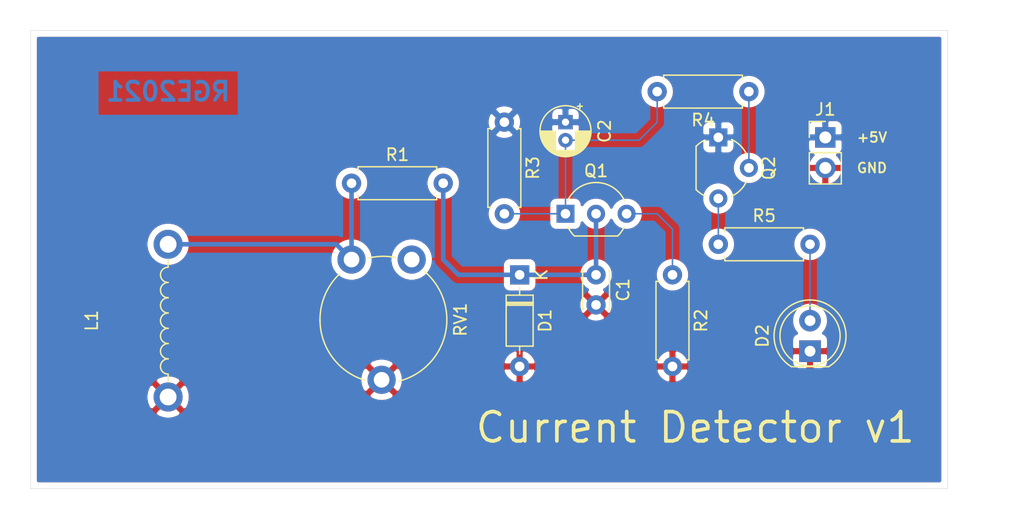
<source format=kicad_pcb>
(kicad_pcb (version 20171130) (host pcbnew "(5.1.8-0-10_14)")

  (general
    (thickness 1.6)
    (drawings 8)
    (tracks 19)
    (zones 0)
    (modules 14)
    (nets 11)
  )

  (page A4)
  (layers
    (0 F.Cu signal)
    (31 B.Cu signal)
    (32 B.Adhes user)
    (33 F.Adhes user)
    (34 B.Paste user)
    (35 F.Paste user)
    (36 B.SilkS user)
    (37 F.SilkS user)
    (38 B.Mask user)
    (39 F.Mask user)
    (40 Dwgs.User user)
    (41 Cmts.User user)
    (42 Eco1.User user)
    (43 Eco2.User user)
    (44 Edge.Cuts user)
    (45 Margin user)
    (46 B.CrtYd user)
    (47 F.CrtYd user)
    (48 B.Fab user)
    (49 F.Fab user)
  )

  (setup
    (last_trace_width 0.127)
    (user_trace_width 0.15)
    (user_trace_width 0.2)
    (user_trace_width 0.254)
    (user_trace_width 0.381)
    (user_trace_width 0.4)
    (user_trace_width 0.6)
    (trace_clearance 0.127)
    (zone_clearance 0.508)
    (zone_45_only no)
    (trace_min 0.127)
    (via_size 0.6)
    (via_drill 0.3)
    (via_min_size 0.6)
    (via_min_drill 0.3)
    (user_via 0.6 0.3)
    (user_via 0.9 0.4)
    (uvia_size 0.6858)
    (uvia_drill 0.3302)
    (uvias_allowed no)
    (uvia_min_size 0)
    (uvia_min_drill 0)
    (edge_width 0.0381)
    (segment_width 0.254)
    (pcb_text_width 0.3048)
    (pcb_text_size 1.524 1.524)
    (mod_edge_width 0.1524)
    (mod_text_size 0.8128 0.8128)
    (mod_text_width 0.1524)
    (pad_size 1.524 1.524)
    (pad_drill 0.762)
    (pad_to_mask_clearance 0)
    (aux_axis_origin 0 0)
    (visible_elements FEFFFF7F)
    (pcbplotparams
      (layerselection 0x010fc_ffffffff)
      (usegerberextensions false)
      (usegerberattributes false)
      (usegerberadvancedattributes false)
      (creategerberjobfile false)
      (excludeedgelayer true)
      (linewidth 0.152400)
      (plotframeref false)
      (viasonmask false)
      (mode 1)
      (useauxorigin false)
      (hpglpennumber 1)
      (hpglpenspeed 20)
      (hpglpendiameter 15.000000)
      (psnegative false)
      (psa4output false)
      (plotreference true)
      (plotvalue false)
      (plotinvisibletext false)
      (padsonsilk false)
      (subtractmaskfromsilk true)
      (outputformat 1)
      (mirror false)
      (drillshape 0)
      (scaleselection 1)
      (outputdirectory "./gerbers"))
  )

  (net 0 "")
  (net 1 GND)
  (net 2 +5V)
  (net 3 "Net-(D2-Pad2)")
  (net 4 "Net-(L1-Pad2)")
  (net 5 "Net-(Q1-Pad3)")
  (net 6 "Net-(Q2-Pad3)")
  (net 7 "Net-(RV1-Pad3)")
  (net 8 "Net-(C1-Pad1)")
  (net 9 "Net-(C2-Pad2)")
  (net 10 "Net-(Q2-Pad2)")

  (net_class Default "This is the default net class."
    (clearance 0.127)
    (trace_width 0.127)
    (via_dia 0.6)
    (via_drill 0.3)
    (uvia_dia 0.6858)
    (uvia_drill 0.3302)
    (diff_pair_width 0.1524)
    (diff_pair_gap 0.254)
    (add_net +5V)
    (add_net GND)
    (add_net "Net-(C1-Pad1)")
    (add_net "Net-(C2-Pad2)")
    (add_net "Net-(D2-Pad2)")
    (add_net "Net-(L1-Pad2)")
    (add_net "Net-(Q1-Pad3)")
    (add_net "Net-(Q2-Pad2)")
    (add_net "Net-(Q2-Pad3)")
    (add_net "Net-(RV1-Pad3)")
  )

  (module CurrentSensors:L_CS1050 (layer F.Cu) (tedit 607CCA3D) (tstamp 607D1438)
    (at 93.98 109.22 90)
    (path /607CE394)
    (fp_text reference L1 (at 0 -6.35 90) (layer F.SilkS)
      (effects (font (size 1 1) (thickness 0.15)))
    )
    (fp_text value L (at 0 6.35 90) (layer F.Fab)
      (effects (font (size 1 1) (thickness 0.15)))
    )
    (fp_arc (start 3.81 0) (end 4.445 0) (angle -180) (layer F.SilkS) (width 0.12))
    (fp_arc (start 2.54 0) (end 3.175 0) (angle -180) (layer F.SilkS) (width 0.12))
    (fp_arc (start 1.27 0) (end 1.905 0) (angle -180) (layer F.SilkS) (width 0.12))
    (fp_arc (start 0 0) (end 0.635 0) (angle -180) (layer F.SilkS) (width 0.12))
    (fp_arc (start -1.27 0) (end -0.635 0) (angle -180) (layer F.SilkS) (width 0.12))
    (fp_arc (start -2.54 0) (end -1.905 0) (angle -180) (layer F.SilkS) (width 0.12))
    (fp_arc (start -3.81 0) (end -3.175 0) (angle -180) (layer F.SilkS) (width 0.12))
    (fp_line (start -8.89 -5.08) (end 8.89 -5.08) (layer F.Fab) (width 0.2032))
    (fp_line (start 8.89 -5.08) (end 8.89 5.08) (layer F.Fab) (width 0.2032))
    (fp_line (start 8.89 5.08) (end -8.89 5.08) (layer F.Fab) (width 0.2032))
    (fp_line (start -8.89 -5.08) (end -8.89 5.08) (layer F.Fab) (width 0.2032))
    (fp_line (start -5.08 0) (end -4.445 0) (layer F.SilkS) (width 0.12))
    (fp_line (start 4.445 0) (end 5.08 0) (layer F.SilkS) (width 0.12))
    (pad 2 thru_hole circle (at 6.35 0 90) (size 2.413 2.413) (drill 1.397) (layers *.Cu *.Mask)
      (net 4 "Net-(L1-Pad2)"))
    (pad 1 thru_hole circle (at -6.35 0 90) (size 2.413 2.413) (drill 1.397) (layers *.Cu *.Mask)
      (net 1 GND))
  )

  (module Capacitor_THT:C_Disc_D3.0mm_W2.0mm_P2.50mm (layer F.Cu) (tedit 5AE50EF0) (tstamp 607D1FCB)
    (at 129.54 105.41 270)
    (descr "C, Disc series, Radial, pin pitch=2.50mm, , diameter*width=3*2mm^2, Capacitor")
    (tags "C Disc series Radial pin pitch 2.50mm  diameter 3mm width 2mm Capacitor")
    (path /607E2D32)
    (fp_text reference C1 (at 1.25 -2.25 90) (layer F.SilkS)
      (effects (font (size 1 1) (thickness 0.15)))
    )
    (fp_text value 330pF (at 1.25 2.25 90) (layer F.Fab)
      (effects (font (size 1 1) (thickness 0.15)))
    )
    (fp_text user %R (at 1.25 0 90) (layer F.Fab)
      (effects (font (size 0.6 0.6) (thickness 0.09)))
    )
    (fp_line (start -0.25 -1) (end -0.25 1) (layer F.Fab) (width 0.1))
    (fp_line (start -0.25 1) (end 2.75 1) (layer F.Fab) (width 0.1))
    (fp_line (start 2.75 1) (end 2.75 -1) (layer F.Fab) (width 0.1))
    (fp_line (start 2.75 -1) (end -0.25 -1) (layer F.Fab) (width 0.1))
    (fp_line (start -0.37 -1.12) (end 2.87 -1.12) (layer F.SilkS) (width 0.12))
    (fp_line (start -0.37 1.12) (end 2.87 1.12) (layer F.SilkS) (width 0.12))
    (fp_line (start -0.37 -1.12) (end -0.37 -1.055) (layer F.SilkS) (width 0.12))
    (fp_line (start -0.37 1.055) (end -0.37 1.12) (layer F.SilkS) (width 0.12))
    (fp_line (start 2.87 -1.12) (end 2.87 -1.055) (layer F.SilkS) (width 0.12))
    (fp_line (start 2.87 1.055) (end 2.87 1.12) (layer F.SilkS) (width 0.12))
    (fp_line (start -1.05 -1.25) (end -1.05 1.25) (layer F.CrtYd) (width 0.05))
    (fp_line (start -1.05 1.25) (end 3.55 1.25) (layer F.CrtYd) (width 0.05))
    (fp_line (start 3.55 1.25) (end 3.55 -1.25) (layer F.CrtYd) (width 0.05))
    (fp_line (start 3.55 -1.25) (end -1.05 -1.25) (layer F.CrtYd) (width 0.05))
    (pad 2 thru_hole circle (at 2.5 0 270) (size 1.6 1.6) (drill 0.8) (layers *.Cu *.Mask)
      (net 1 GND))
    (pad 1 thru_hole circle (at 0 0 270) (size 1.6 1.6) (drill 0.8) (layers *.Cu *.Mask)
      (net 8 "Net-(C1-Pad1)"))
    (model ${KISYS3DMOD}/Capacitor_THT.3dshapes/C_Disc_D3.0mm_W2.0mm_P2.50mm.wrl
      (at (xyz 0 0 0))
      (scale (xyz 1 1 1))
      (rotate (xyz 0 0 0))
    )
  )

  (module Potentiometer_THT:Potentiometer_Piher_PT-10-V10_Vertical (layer F.Cu) (tedit 5A3D4993) (tstamp 607D14E5)
    (at 109.22 104.14 270)
    (descr "Potentiometer, vertical, Piher PT-10-V10, http://www.piher-nacesa.com/pdf/12-PT10v03.pdf")
    (tags "Potentiometer vertical Piher PT-10-V10")
    (path /607CEBA9)
    (fp_text reference RV1 (at 5 -9.05 90) (layer F.SilkS)
      (effects (font (size 1 1) (thickness 0.15)))
    )
    (fp_text value R_POT (at 5 3.75 90) (layer F.Fab)
      (effects (font (size 1 1) (thickness 0.15)))
    )
    (fp_text user %R (at 1.05 -2.65) (layer F.Fab)
      (effects (font (size 1 1) (thickness 0.15)))
    )
    (fp_arc (start 5 -2.65) (end 1.209 1.011) (angle -47) (layer F.SilkS) (width 0.12))
    (fp_arc (start 5 -2.65) (end -0.174 -3.656) (angle -25) (layer F.SilkS) (width 0.12))
    (fp_arc (start 5 -2.65) (end 10.114 -3.924) (angle -126) (layer F.SilkS) (width 0.12))
    (fp_arc (start 5 -2.65) (end 5 2.62) (angle -73) (layer F.SilkS) (width 0.12))
    (fp_circle (center 5 -2.65) (end 10.15 -2.65) (layer F.Fab) (width 0.1))
    (fp_circle (center 5 -2.65) (end 6.5 -2.65) (layer F.Fab) (width 0.1))
    (fp_line (start -1.45 -8.05) (end -1.45 2.75) (layer F.CrtYd) (width 0.05))
    (fp_line (start -1.45 2.75) (end 11.45 2.75) (layer F.CrtYd) (width 0.05))
    (fp_line (start 11.45 2.75) (end 11.45 -8.05) (layer F.CrtYd) (width 0.05))
    (fp_line (start 11.45 -8.05) (end -1.45 -8.05) (layer F.CrtYd) (width 0.05))
    (pad 1 thru_hole circle (at 0 0 270) (size 2.34 2.34) (drill 1.3) (layers *.Cu *.Mask)
      (net 4 "Net-(L1-Pad2)"))
    (pad 2 thru_hole circle (at 10 -2.5 270) (size 2.34 2.34) (drill 1.3) (layers *.Cu *.Mask)
      (net 1 GND))
    (pad 3 thru_hole circle (at 0 -5 270) (size 2.34 2.34) (drill 1.3) (layers *.Cu *.Mask)
      (net 7 "Net-(RV1-Pad3)"))
    (model ${KISYS3DMOD}/Potentiometer_THT.3dshapes/Potentiometer_Piher_PT-10-V10_Vertical.wrl
      (at (xyz 0 0 0))
      (scale (xyz 1 1 1))
      (rotate (xyz 0 0 0))
    )
  )

  (module Resistor_THT:R_Axial_DIN0207_L6.3mm_D2.5mm_P7.62mm_Horizontal (layer F.Cu) (tedit 5AE5139B) (tstamp 607D14D3)
    (at 135.89 105.41 270)
    (descr "Resistor, Axial_DIN0207 series, Axial, Horizontal, pin pitch=7.62mm, 0.25W = 1/4W, length*diameter=6.3*2.5mm^2, http://cdn-reichelt.de/documents/datenblatt/B400/1_4W%23YAG.pdf")
    (tags "Resistor Axial_DIN0207 series Axial Horizontal pin pitch 7.62mm 0.25W = 1/4W length 6.3mm diameter 2.5mm")
    (path /607D218C)
    (fp_text reference R2 (at 3.81 -2.37 90) (layer F.SilkS)
      (effects (font (size 1 1) (thickness 0.15)))
    )
    (fp_text value 2k2 (at 3.81 2.37 90) (layer F.Fab)
      (effects (font (size 1 1) (thickness 0.15)))
    )
    (fp_text user %R (at 3.81 0 90) (layer F.Fab)
      (effects (font (size 1 1) (thickness 0.15)))
    )
    (fp_line (start 0.66 -1.25) (end 0.66 1.25) (layer F.Fab) (width 0.1))
    (fp_line (start 0.66 1.25) (end 6.96 1.25) (layer F.Fab) (width 0.1))
    (fp_line (start 6.96 1.25) (end 6.96 -1.25) (layer F.Fab) (width 0.1))
    (fp_line (start 6.96 -1.25) (end 0.66 -1.25) (layer F.Fab) (width 0.1))
    (fp_line (start 0 0) (end 0.66 0) (layer F.Fab) (width 0.1))
    (fp_line (start 7.62 0) (end 6.96 0) (layer F.Fab) (width 0.1))
    (fp_line (start 0.54 -1.04) (end 0.54 -1.37) (layer F.SilkS) (width 0.12))
    (fp_line (start 0.54 -1.37) (end 7.08 -1.37) (layer F.SilkS) (width 0.12))
    (fp_line (start 7.08 -1.37) (end 7.08 -1.04) (layer F.SilkS) (width 0.12))
    (fp_line (start 0.54 1.04) (end 0.54 1.37) (layer F.SilkS) (width 0.12))
    (fp_line (start 0.54 1.37) (end 7.08 1.37) (layer F.SilkS) (width 0.12))
    (fp_line (start 7.08 1.37) (end 7.08 1.04) (layer F.SilkS) (width 0.12))
    (fp_line (start -1.05 -1.5) (end -1.05 1.5) (layer F.CrtYd) (width 0.05))
    (fp_line (start -1.05 1.5) (end 8.67 1.5) (layer F.CrtYd) (width 0.05))
    (fp_line (start 8.67 1.5) (end 8.67 -1.5) (layer F.CrtYd) (width 0.05))
    (fp_line (start 8.67 -1.5) (end -1.05 -1.5) (layer F.CrtYd) (width 0.05))
    (pad 2 thru_hole oval (at 7.62 0 270) (size 1.6 1.6) (drill 0.8) (layers *.Cu *.Mask)
      (net 1 GND))
    (pad 1 thru_hole circle (at 0 0 270) (size 1.6 1.6) (drill 0.8) (layers *.Cu *.Mask)
      (net 5 "Net-(Q1-Pad3)"))
    (model ${KISYS3DMOD}/Resistor_THT.3dshapes/R_Axial_DIN0207_L6.3mm_D2.5mm_P7.62mm_Horizontal.wrl
      (at (xyz 0 0 0))
      (scale (xyz 1 1 1))
      (rotate (xyz 0 0 0))
    )
  )

  (module Resistor_THT:R_Axial_DIN0207_L6.3mm_D2.5mm_P7.62mm_Horizontal (layer F.Cu) (tedit 5AE5139B) (tstamp 607D14BC)
    (at 139.7 102.87)
    (descr "Resistor, Axial_DIN0207 series, Axial, Horizontal, pin pitch=7.62mm, 0.25W = 1/4W, length*diameter=6.3*2.5mm^2, http://cdn-reichelt.de/documents/datenblatt/B400/1_4W%23YAG.pdf")
    (tags "Resistor Axial_DIN0207 series Axial Horizontal pin pitch 7.62mm 0.25W = 1/4W length 6.3mm diameter 2.5mm")
    (path /607D8D08)
    (fp_text reference R5 (at 3.81 -2.37) (layer F.SilkS)
      (effects (font (size 1 1) (thickness 0.15)))
    )
    (fp_text value 1k (at 3.81 2.37) (layer F.Fab)
      (effects (font (size 1 1) (thickness 0.15)))
    )
    (fp_text user %R (at 3.81 0) (layer F.Fab)
      (effects (font (size 1 1) (thickness 0.15)))
    )
    (fp_line (start 0.66 -1.25) (end 0.66 1.25) (layer F.Fab) (width 0.1))
    (fp_line (start 0.66 1.25) (end 6.96 1.25) (layer F.Fab) (width 0.1))
    (fp_line (start 6.96 1.25) (end 6.96 -1.25) (layer F.Fab) (width 0.1))
    (fp_line (start 6.96 -1.25) (end 0.66 -1.25) (layer F.Fab) (width 0.1))
    (fp_line (start 0 0) (end 0.66 0) (layer F.Fab) (width 0.1))
    (fp_line (start 7.62 0) (end 6.96 0) (layer F.Fab) (width 0.1))
    (fp_line (start 0.54 -1.04) (end 0.54 -1.37) (layer F.SilkS) (width 0.12))
    (fp_line (start 0.54 -1.37) (end 7.08 -1.37) (layer F.SilkS) (width 0.12))
    (fp_line (start 7.08 -1.37) (end 7.08 -1.04) (layer F.SilkS) (width 0.12))
    (fp_line (start 0.54 1.04) (end 0.54 1.37) (layer F.SilkS) (width 0.12))
    (fp_line (start 0.54 1.37) (end 7.08 1.37) (layer F.SilkS) (width 0.12))
    (fp_line (start 7.08 1.37) (end 7.08 1.04) (layer F.SilkS) (width 0.12))
    (fp_line (start -1.05 -1.5) (end -1.05 1.5) (layer F.CrtYd) (width 0.05))
    (fp_line (start -1.05 1.5) (end 8.67 1.5) (layer F.CrtYd) (width 0.05))
    (fp_line (start 8.67 1.5) (end 8.67 -1.5) (layer F.CrtYd) (width 0.05))
    (fp_line (start 8.67 -1.5) (end -1.05 -1.5) (layer F.CrtYd) (width 0.05))
    (pad 2 thru_hole oval (at 7.62 0) (size 1.6 1.6) (drill 0.8) (layers *.Cu *.Mask)
      (net 3 "Net-(D2-Pad2)"))
    (pad 1 thru_hole circle (at 0 0) (size 1.6 1.6) (drill 0.8) (layers *.Cu *.Mask)
      (net 6 "Net-(Q2-Pad3)"))
    (model ${KISYS3DMOD}/Resistor_THT.3dshapes/R_Axial_DIN0207_L6.3mm_D2.5mm_P7.62mm_Horizontal.wrl
      (at (xyz 0 0 0))
      (scale (xyz 1 1 1))
      (rotate (xyz 0 0 0))
    )
  )

  (module Resistor_THT:R_Axial_DIN0207_L6.3mm_D2.5mm_P7.62mm_Horizontal (layer F.Cu) (tedit 5AE5139B) (tstamp 607D14A5)
    (at 109.22 97.79)
    (descr "Resistor, Axial_DIN0207 series, Axial, Horizontal, pin pitch=7.62mm, 0.25W = 1/4W, length*diameter=6.3*2.5mm^2, http://cdn-reichelt.de/documents/datenblatt/B400/1_4W%23YAG.pdf")
    (tags "Resistor Axial_DIN0207 series Axial Horizontal pin pitch 7.62mm 0.25W = 1/4W length 6.3mm diameter 2.5mm")
    (path /607CFEEE)
    (fp_text reference R1 (at 3.81 -2.37) (layer F.SilkS)
      (effects (font (size 1 1) (thickness 0.15)))
    )
    (fp_text value 470 (at 3.81 2.37) (layer F.Fab)
      (effects (font (size 1 1) (thickness 0.15)))
    )
    (fp_text user %R (at 3.81 0) (layer F.Fab)
      (effects (font (size 1 1) (thickness 0.15)))
    )
    (fp_line (start 0.66 -1.25) (end 0.66 1.25) (layer F.Fab) (width 0.1))
    (fp_line (start 0.66 1.25) (end 6.96 1.25) (layer F.Fab) (width 0.1))
    (fp_line (start 6.96 1.25) (end 6.96 -1.25) (layer F.Fab) (width 0.1))
    (fp_line (start 6.96 -1.25) (end 0.66 -1.25) (layer F.Fab) (width 0.1))
    (fp_line (start 0 0) (end 0.66 0) (layer F.Fab) (width 0.1))
    (fp_line (start 7.62 0) (end 6.96 0) (layer F.Fab) (width 0.1))
    (fp_line (start 0.54 -1.04) (end 0.54 -1.37) (layer F.SilkS) (width 0.12))
    (fp_line (start 0.54 -1.37) (end 7.08 -1.37) (layer F.SilkS) (width 0.12))
    (fp_line (start 7.08 -1.37) (end 7.08 -1.04) (layer F.SilkS) (width 0.12))
    (fp_line (start 0.54 1.04) (end 0.54 1.37) (layer F.SilkS) (width 0.12))
    (fp_line (start 0.54 1.37) (end 7.08 1.37) (layer F.SilkS) (width 0.12))
    (fp_line (start 7.08 1.37) (end 7.08 1.04) (layer F.SilkS) (width 0.12))
    (fp_line (start -1.05 -1.5) (end -1.05 1.5) (layer F.CrtYd) (width 0.05))
    (fp_line (start -1.05 1.5) (end 8.67 1.5) (layer F.CrtYd) (width 0.05))
    (fp_line (start 8.67 1.5) (end 8.67 -1.5) (layer F.CrtYd) (width 0.05))
    (fp_line (start 8.67 -1.5) (end -1.05 -1.5) (layer F.CrtYd) (width 0.05))
    (pad 2 thru_hole oval (at 7.62 0) (size 1.6 1.6) (drill 0.8) (layers *.Cu *.Mask)
      (net 8 "Net-(C1-Pad1)"))
    (pad 1 thru_hole circle (at 0 0) (size 1.6 1.6) (drill 0.8) (layers *.Cu *.Mask)
      (net 4 "Net-(L1-Pad2)"))
    (model ${KISYS3DMOD}/Resistor_THT.3dshapes/R_Axial_DIN0207_L6.3mm_D2.5mm_P7.62mm_Horizontal.wrl
      (at (xyz 0 0 0))
      (scale (xyz 1 1 1))
      (rotate (xyz 0 0 0))
    )
  )

  (module Resistor_THT:R_Axial_DIN0207_L6.3mm_D2.5mm_P7.62mm_Horizontal (layer F.Cu) (tedit 5AE5139B) (tstamp 607D148E)
    (at 142.24 90.17 180)
    (descr "Resistor, Axial_DIN0207 series, Axial, Horizontal, pin pitch=7.62mm, 0.25W = 1/4W, length*diameter=6.3*2.5mm^2, http://cdn-reichelt.de/documents/datenblatt/B400/1_4W%23YAG.pdf")
    (tags "Resistor Axial_DIN0207 series Axial Horizontal pin pitch 7.62mm 0.25W = 1/4W length 6.3mm diameter 2.5mm")
    (path /607D743E)
    (fp_text reference R4 (at 3.81 -2.37) (layer F.SilkS)
      (effects (font (size 1 1) (thickness 0.15)))
    )
    (fp_text value 10k (at 3.81 2.37) (layer F.Fab)
      (effects (font (size 1 1) (thickness 0.15)))
    )
    (fp_text user %R (at 3.81 0) (layer F.Fab)
      (effects (font (size 1 1) (thickness 0.15)))
    )
    (fp_line (start 0.66 -1.25) (end 0.66 1.25) (layer F.Fab) (width 0.1))
    (fp_line (start 0.66 1.25) (end 6.96 1.25) (layer F.Fab) (width 0.1))
    (fp_line (start 6.96 1.25) (end 6.96 -1.25) (layer F.Fab) (width 0.1))
    (fp_line (start 6.96 -1.25) (end 0.66 -1.25) (layer F.Fab) (width 0.1))
    (fp_line (start 0 0) (end 0.66 0) (layer F.Fab) (width 0.1))
    (fp_line (start 7.62 0) (end 6.96 0) (layer F.Fab) (width 0.1))
    (fp_line (start 0.54 -1.04) (end 0.54 -1.37) (layer F.SilkS) (width 0.12))
    (fp_line (start 0.54 -1.37) (end 7.08 -1.37) (layer F.SilkS) (width 0.12))
    (fp_line (start 7.08 -1.37) (end 7.08 -1.04) (layer F.SilkS) (width 0.12))
    (fp_line (start 0.54 1.04) (end 0.54 1.37) (layer F.SilkS) (width 0.12))
    (fp_line (start 0.54 1.37) (end 7.08 1.37) (layer F.SilkS) (width 0.12))
    (fp_line (start 7.08 1.37) (end 7.08 1.04) (layer F.SilkS) (width 0.12))
    (fp_line (start -1.05 -1.5) (end -1.05 1.5) (layer F.CrtYd) (width 0.05))
    (fp_line (start -1.05 1.5) (end 8.67 1.5) (layer F.CrtYd) (width 0.05))
    (fp_line (start 8.67 1.5) (end 8.67 -1.5) (layer F.CrtYd) (width 0.05))
    (fp_line (start 8.67 -1.5) (end -1.05 -1.5) (layer F.CrtYd) (width 0.05))
    (pad 2 thru_hole oval (at 7.62 0 180) (size 1.6 1.6) (drill 0.8) (layers *.Cu *.Mask)
      (net 9 "Net-(C2-Pad2)"))
    (pad 1 thru_hole circle (at 0 0 180) (size 1.6 1.6) (drill 0.8) (layers *.Cu *.Mask)
      (net 10 "Net-(Q2-Pad2)"))
    (model ${KISYS3DMOD}/Resistor_THT.3dshapes/R_Axial_DIN0207_L6.3mm_D2.5mm_P7.62mm_Horizontal.wrl
      (at (xyz 0 0 0))
      (scale (xyz 1 1 1))
      (rotate (xyz 0 0 0))
    )
  )

  (module Resistor_THT:R_Axial_DIN0207_L6.3mm_D2.5mm_P7.62mm_Horizontal (layer F.Cu) (tedit 5AE5139B) (tstamp 607D1477)
    (at 121.92 92.71 270)
    (descr "Resistor, Axial_DIN0207 series, Axial, Horizontal, pin pitch=7.62mm, 0.25W = 1/4W, length*diameter=6.3*2.5mm^2, http://cdn-reichelt.de/documents/datenblatt/B400/1_4W%23YAG.pdf")
    (tags "Resistor Axial_DIN0207 series Axial Horizontal pin pitch 7.62mm 0.25W = 1/4W length 6.3mm diameter 2.5mm")
    (path /607D3188)
    (fp_text reference R3 (at 3.81 -2.37 90) (layer F.SilkS)
      (effects (font (size 1 1) (thickness 0.15)))
    )
    (fp_text value 100k (at 3.81 2.37 90) (layer F.Fab)
      (effects (font (size 1 1) (thickness 0.15)))
    )
    (fp_text user %R (at 3.81 0 90) (layer F.Fab)
      (effects (font (size 1 1) (thickness 0.15)))
    )
    (fp_line (start 0.66 -1.25) (end 0.66 1.25) (layer F.Fab) (width 0.1))
    (fp_line (start 0.66 1.25) (end 6.96 1.25) (layer F.Fab) (width 0.1))
    (fp_line (start 6.96 1.25) (end 6.96 -1.25) (layer F.Fab) (width 0.1))
    (fp_line (start 6.96 -1.25) (end 0.66 -1.25) (layer F.Fab) (width 0.1))
    (fp_line (start 0 0) (end 0.66 0) (layer F.Fab) (width 0.1))
    (fp_line (start 7.62 0) (end 6.96 0) (layer F.Fab) (width 0.1))
    (fp_line (start 0.54 -1.04) (end 0.54 -1.37) (layer F.SilkS) (width 0.12))
    (fp_line (start 0.54 -1.37) (end 7.08 -1.37) (layer F.SilkS) (width 0.12))
    (fp_line (start 7.08 -1.37) (end 7.08 -1.04) (layer F.SilkS) (width 0.12))
    (fp_line (start 0.54 1.04) (end 0.54 1.37) (layer F.SilkS) (width 0.12))
    (fp_line (start 0.54 1.37) (end 7.08 1.37) (layer F.SilkS) (width 0.12))
    (fp_line (start 7.08 1.37) (end 7.08 1.04) (layer F.SilkS) (width 0.12))
    (fp_line (start -1.05 -1.5) (end -1.05 1.5) (layer F.CrtYd) (width 0.05))
    (fp_line (start -1.05 1.5) (end 8.67 1.5) (layer F.CrtYd) (width 0.05))
    (fp_line (start 8.67 1.5) (end 8.67 -1.5) (layer F.CrtYd) (width 0.05))
    (fp_line (start 8.67 -1.5) (end -1.05 -1.5) (layer F.CrtYd) (width 0.05))
    (pad 2 thru_hole oval (at 7.62 0 270) (size 1.6 1.6) (drill 0.8) (layers *.Cu *.Mask)
      (net 9 "Net-(C2-Pad2)"))
    (pad 1 thru_hole circle (at 0 0 270) (size 1.6 1.6) (drill 0.8) (layers *.Cu *.Mask)
      (net 2 +5V))
    (model ${KISYS3DMOD}/Resistor_THT.3dshapes/R_Axial_DIN0207_L6.3mm_D2.5mm_P7.62mm_Horizontal.wrl
      (at (xyz 0 0 0))
      (scale (xyz 1 1 1))
      (rotate (xyz 0 0 0))
    )
  )

  (module Package_TO_SOT_THT:TO-92_Inline_Wide (layer F.Cu) (tedit 5A02FF81) (tstamp 607D1460)
    (at 127 100.33)
    (descr "TO-92 leads in-line, wide, drill 0.75mm (see NXP sot054_po.pdf)")
    (tags "to-92 sc-43 sc-43a sot54 PA33 transistor")
    (path /607D1731)
    (fp_text reference Q1 (at 2.54 -3.56) (layer F.SilkS)
      (effects (font (size 1 1) (thickness 0.15)))
    )
    (fp_text value BC547 (at 2.54 2.79) (layer F.Fab)
      (effects (font (size 1 1) (thickness 0.15)))
    )
    (fp_arc (start 2.54 0) (end 4.34 1.85) (angle -20) (layer F.SilkS) (width 0.12))
    (fp_arc (start 2.54 0) (end 2.54 -2.48) (angle -135) (layer F.Fab) (width 0.1))
    (fp_arc (start 2.54 0) (end 2.54 -2.48) (angle 135) (layer F.Fab) (width 0.1))
    (fp_arc (start 2.54 0) (end 2.54 -2.6) (angle 65) (layer F.SilkS) (width 0.12))
    (fp_arc (start 2.54 0) (end 2.54 -2.6) (angle -65) (layer F.SilkS) (width 0.12))
    (fp_arc (start 2.54 0) (end 0.74 1.85) (angle 20) (layer F.SilkS) (width 0.12))
    (fp_text user %R (at 2.54 0) (layer F.Fab)
      (effects (font (size 1 1) (thickness 0.15)))
    )
    (fp_line (start 0.74 1.85) (end 4.34 1.85) (layer F.SilkS) (width 0.12))
    (fp_line (start 0.8 1.75) (end 4.3 1.75) (layer F.Fab) (width 0.1))
    (fp_line (start -1.01 -2.73) (end 6.09 -2.73) (layer F.CrtYd) (width 0.05))
    (fp_line (start -1.01 -2.73) (end -1.01 2.01) (layer F.CrtYd) (width 0.05))
    (fp_line (start 6.09 2.01) (end 6.09 -2.73) (layer F.CrtYd) (width 0.05))
    (fp_line (start 6.09 2.01) (end -1.01 2.01) (layer F.CrtYd) (width 0.05))
    (pad 1 thru_hole rect (at 0 0) (size 1.5 1.5) (drill 0.8) (layers *.Cu *.Mask)
      (net 9 "Net-(C2-Pad2)"))
    (pad 3 thru_hole circle (at 5.08 0) (size 1.5 1.5) (drill 0.8) (layers *.Cu *.Mask)
      (net 5 "Net-(Q1-Pad3)"))
    (pad 2 thru_hole circle (at 2.54 0) (size 1.5 1.5) (drill 0.8) (layers *.Cu *.Mask)
      (net 8 "Net-(C1-Pad1)"))
    (model ${KISYS3DMOD}/Package_TO_SOT_THT.3dshapes/TO-92_Inline_Wide.wrl
      (at (xyz 0 0 0))
      (scale (xyz 1 1 1))
      (rotate (xyz 0 0 0))
    )
  )

  (module Package_TO_SOT_THT:TO-92_Wide (layer F.Cu) (tedit 5A2795B7) (tstamp 607D144C)
    (at 139.7 93.98 270)
    (descr "TO-92 leads molded, wide, drill 0.75mm (see NXP sot054_po.pdf)")
    (tags "to-92 sc-43 sc-43a sot54 PA33 transistor")
    (path /607D634C)
    (fp_text reference Q2 (at 2.55 -4.19 90) (layer F.SilkS)
      (effects (font (size 1 1) (thickness 0.15)))
    )
    (fp_text value 2N3906 (at 2.54 2.79 90) (layer F.Fab)
      (effects (font (size 1 1) (thickness 0.15)))
    )
    (fp_arc (start 2.54 0) (end 4.34 1.85) (angle -20) (layer F.SilkS) (width 0.12))
    (fp_arc (start 2.54 0) (end 2.54 -2.48) (angle -135) (layer F.Fab) (width 0.1))
    (fp_arc (start 2.54 0) (end 2.54 -2.48) (angle 135) (layer F.Fab) (width 0.1))
    (fp_arc (start 2.54 0) (end 3.65 -2.35) (angle 39.71668247) (layer F.SilkS) (width 0.12))
    (fp_arc (start 2.54 0) (end 1.4 -2.35) (angle -39.12170074) (layer F.SilkS) (width 0.12))
    (fp_arc (start 2.54 0) (end 0.74 1.85) (angle 20) (layer F.SilkS) (width 0.12))
    (fp_text user %R (at 2.54 0 90) (layer F.Fab)
      (effects (font (size 1 1) (thickness 0.15)))
    )
    (fp_line (start 0.74 1.85) (end 4.34 1.85) (layer F.SilkS) (width 0.12))
    (fp_line (start 0.8 1.75) (end 4.3 1.75) (layer F.Fab) (width 0.1))
    (fp_line (start -1.01 -3.55) (end 6.09 -3.55) (layer F.CrtYd) (width 0.05))
    (fp_line (start -1.01 -3.55) (end -1.01 2.01) (layer F.CrtYd) (width 0.05))
    (fp_line (start 6.09 2.01) (end 6.09 -3.55) (layer F.CrtYd) (width 0.05))
    (fp_line (start 6.09 2.01) (end -1.01 2.01) (layer F.CrtYd) (width 0.05))
    (pad 1 thru_hole rect (at 0 0 270) (size 1.5 1.5) (drill 0.8) (layers *.Cu *.Mask)
      (net 2 +5V))
    (pad 3 thru_hole circle (at 5.08 0 270) (size 1.5 1.5) (drill 0.8) (layers *.Cu *.Mask)
      (net 6 "Net-(Q2-Pad3)"))
    (pad 2 thru_hole circle (at 2.54 -2.54 270) (size 1.5 1.5) (drill 0.8) (layers *.Cu *.Mask)
      (net 10 "Net-(Q2-Pad2)"))
    (model ${KISYS3DMOD}/Package_TO_SOT_THT.3dshapes/TO-92_Wide.wrl
      (at (xyz 0 0 0))
      (scale (xyz 1 1 1))
      (rotate (xyz 0 0 0))
    )
  )

  (module LED_THT:LED_D5.0mm (layer F.Cu) (tedit 5995936A) (tstamp 607D140C)
    (at 147.32 111.76 90)
    (descr "LED, diameter 5.0mm, 2 pins, http://cdn-reichelt.de/documents/datenblatt/A500/LL-504BC2E-009.pdf")
    (tags "LED diameter 5.0mm 2 pins")
    (path /607D999E)
    (fp_text reference D2 (at 1.27 -3.96 90) (layer F.SilkS)
      (effects (font (size 1 1) (thickness 0.15)))
    )
    (fp_text value LED (at 1.27 3.96 90) (layer F.Fab)
      (effects (font (size 1 1) (thickness 0.15)))
    )
    (fp_text user %R (at 1.25 0 90) (layer F.Fab)
      (effects (font (size 0.8 0.8) (thickness 0.2)))
    )
    (fp_arc (start 1.27 0) (end -1.29 1.54483) (angle -148.9) (layer F.SilkS) (width 0.12))
    (fp_arc (start 1.27 0) (end -1.29 -1.54483) (angle 148.9) (layer F.SilkS) (width 0.12))
    (fp_arc (start 1.27 0) (end -1.23 -1.469694) (angle 299.1) (layer F.Fab) (width 0.1))
    (fp_circle (center 1.27 0) (end 3.77 0) (layer F.Fab) (width 0.1))
    (fp_circle (center 1.27 0) (end 3.77 0) (layer F.SilkS) (width 0.12))
    (fp_line (start -1.23 -1.469694) (end -1.23 1.469694) (layer F.Fab) (width 0.1))
    (fp_line (start -1.29 -1.545) (end -1.29 1.545) (layer F.SilkS) (width 0.12))
    (fp_line (start -1.95 -3.25) (end -1.95 3.25) (layer F.CrtYd) (width 0.05))
    (fp_line (start -1.95 3.25) (end 4.5 3.25) (layer F.CrtYd) (width 0.05))
    (fp_line (start 4.5 3.25) (end 4.5 -3.25) (layer F.CrtYd) (width 0.05))
    (fp_line (start 4.5 -3.25) (end -1.95 -3.25) (layer F.CrtYd) (width 0.05))
    (pad 2 thru_hole circle (at 2.54 0 90) (size 1.8 1.8) (drill 0.9) (layers *.Cu *.Mask)
      (net 3 "Net-(D2-Pad2)"))
    (pad 1 thru_hole rect (at 0 0 90) (size 1.8 1.8) (drill 0.9) (layers *.Cu *.Mask)
      (net 1 GND))
    (model ${KISYS3DMOD}/LED_THT.3dshapes/LED_D5.0mm.wrl
      (at (xyz 0 0 0))
      (scale (xyz 1 1 1))
      (rotate (xyz 0 0 0))
    )
  )

  (module Diode_THT:D_DO-35_SOD27_P7.62mm_Horizontal (layer F.Cu) (tedit 5AE50CD5) (tstamp 607D13FA)
    (at 123.19 105.41 270)
    (descr "Diode, DO-35_SOD27 series, Axial, Horizontal, pin pitch=7.62mm, , length*diameter=4*2mm^2, , http://www.diodes.com/_files/packages/DO-35.pdf")
    (tags "Diode DO-35_SOD27 series Axial Horizontal pin pitch 7.62mm  length 4mm diameter 2mm")
    (path /607D0964)
    (fp_text reference D1 (at 3.81 -2.12 90) (layer F.SilkS)
      (effects (font (size 1 1) (thickness 0.15)))
    )
    (fp_text value 1N4148 (at 3.81 2.12 90) (layer F.Fab)
      (effects (font (size 1 1) (thickness 0.15)))
    )
    (fp_text user K (at 0 -1.8 90) (layer F.SilkS)
      (effects (font (size 1 1) (thickness 0.15)))
    )
    (fp_text user K (at 0 -1.8 90) (layer F.Fab)
      (effects (font (size 1 1) (thickness 0.15)))
    )
    (fp_text user %R (at 4.11 0 90) (layer F.Fab)
      (effects (font (size 0.8 0.8) (thickness 0.12)))
    )
    (fp_line (start 1.81 -1) (end 1.81 1) (layer F.Fab) (width 0.1))
    (fp_line (start 1.81 1) (end 5.81 1) (layer F.Fab) (width 0.1))
    (fp_line (start 5.81 1) (end 5.81 -1) (layer F.Fab) (width 0.1))
    (fp_line (start 5.81 -1) (end 1.81 -1) (layer F.Fab) (width 0.1))
    (fp_line (start 0 0) (end 1.81 0) (layer F.Fab) (width 0.1))
    (fp_line (start 7.62 0) (end 5.81 0) (layer F.Fab) (width 0.1))
    (fp_line (start 2.41 -1) (end 2.41 1) (layer F.Fab) (width 0.1))
    (fp_line (start 2.51 -1) (end 2.51 1) (layer F.Fab) (width 0.1))
    (fp_line (start 2.31 -1) (end 2.31 1) (layer F.Fab) (width 0.1))
    (fp_line (start 1.69 -1.12) (end 1.69 1.12) (layer F.SilkS) (width 0.12))
    (fp_line (start 1.69 1.12) (end 5.93 1.12) (layer F.SilkS) (width 0.12))
    (fp_line (start 5.93 1.12) (end 5.93 -1.12) (layer F.SilkS) (width 0.12))
    (fp_line (start 5.93 -1.12) (end 1.69 -1.12) (layer F.SilkS) (width 0.12))
    (fp_line (start 1.04 0) (end 1.69 0) (layer F.SilkS) (width 0.12))
    (fp_line (start 6.58 0) (end 5.93 0) (layer F.SilkS) (width 0.12))
    (fp_line (start 2.41 -1.12) (end 2.41 1.12) (layer F.SilkS) (width 0.12))
    (fp_line (start 2.53 -1.12) (end 2.53 1.12) (layer F.SilkS) (width 0.12))
    (fp_line (start 2.29 -1.12) (end 2.29 1.12) (layer F.SilkS) (width 0.12))
    (fp_line (start -1.05 -1.25) (end -1.05 1.25) (layer F.CrtYd) (width 0.05))
    (fp_line (start -1.05 1.25) (end 8.67 1.25) (layer F.CrtYd) (width 0.05))
    (fp_line (start 8.67 1.25) (end 8.67 -1.25) (layer F.CrtYd) (width 0.05))
    (fp_line (start 8.67 -1.25) (end -1.05 -1.25) (layer F.CrtYd) (width 0.05))
    (pad 2 thru_hole oval (at 7.62 0 270) (size 1.6 1.6) (drill 0.8) (layers *.Cu *.Mask)
      (net 1 GND))
    (pad 1 thru_hole rect (at 0 0 270) (size 1.6 1.6) (drill 0.8) (layers *.Cu *.Mask)
      (net 8 "Net-(C1-Pad1)"))
    (model ${KISYS3DMOD}/Diode_THT.3dshapes/D_DO-35_SOD27_P7.62mm_Horizontal.wrl
      (at (xyz 0 0 0))
      (scale (xyz 1 1 1))
      (rotate (xyz 0 0 0))
    )
  )

  (module Capacitor_THT:CP_Radial_D4.0mm_P1.50mm (layer F.Cu) (tedit 5AE50EF0) (tstamp 607D13DB)
    (at 127 92.71 270)
    (descr "CP, Radial series, Radial, pin pitch=1.50mm, , diameter=4mm, Electrolytic Capacitor")
    (tags "CP Radial series Radial pin pitch 1.50mm  diameter 4mm Electrolytic Capacitor")
    (path /607D37C4)
    (fp_text reference C2 (at 0.75 -3.25 90) (layer F.SilkS)
      (effects (font (size 1 1) (thickness 0.15)))
    )
    (fp_text value 10uF (at 0.75 3.25 90) (layer F.Fab)
      (effects (font (size 1 1) (thickness 0.15)))
    )
    (fp_text user %R (at 0.75 0 90) (layer F.Fab)
      (effects (font (size 0.8 0.8) (thickness 0.12)))
    )
    (fp_circle (center 0.75 0) (end 2.75 0) (layer F.Fab) (width 0.1))
    (fp_circle (center 0.75 0) (end 2.87 0) (layer F.SilkS) (width 0.12))
    (fp_circle (center 0.75 0) (end 3 0) (layer F.CrtYd) (width 0.05))
    (fp_line (start -0.952554 -0.8675) (end -0.552554 -0.8675) (layer F.Fab) (width 0.1))
    (fp_line (start -0.752554 -1.0675) (end -0.752554 -0.6675) (layer F.Fab) (width 0.1))
    (fp_line (start 0.75 0.84) (end 0.75 2.08) (layer F.SilkS) (width 0.12))
    (fp_line (start 0.75 -2.08) (end 0.75 -0.84) (layer F.SilkS) (width 0.12))
    (fp_line (start 0.79 0.84) (end 0.79 2.08) (layer F.SilkS) (width 0.12))
    (fp_line (start 0.79 -2.08) (end 0.79 -0.84) (layer F.SilkS) (width 0.12))
    (fp_line (start 0.83 0.84) (end 0.83 2.079) (layer F.SilkS) (width 0.12))
    (fp_line (start 0.83 -2.079) (end 0.83 -0.84) (layer F.SilkS) (width 0.12))
    (fp_line (start 0.87 -2.077) (end 0.87 -0.84) (layer F.SilkS) (width 0.12))
    (fp_line (start 0.87 0.84) (end 0.87 2.077) (layer F.SilkS) (width 0.12))
    (fp_line (start 0.91 -2.074) (end 0.91 -0.84) (layer F.SilkS) (width 0.12))
    (fp_line (start 0.91 0.84) (end 0.91 2.074) (layer F.SilkS) (width 0.12))
    (fp_line (start 0.95 -2.071) (end 0.95 -0.84) (layer F.SilkS) (width 0.12))
    (fp_line (start 0.95 0.84) (end 0.95 2.071) (layer F.SilkS) (width 0.12))
    (fp_line (start 0.99 -2.067) (end 0.99 -0.84) (layer F.SilkS) (width 0.12))
    (fp_line (start 0.99 0.84) (end 0.99 2.067) (layer F.SilkS) (width 0.12))
    (fp_line (start 1.03 -2.062) (end 1.03 -0.84) (layer F.SilkS) (width 0.12))
    (fp_line (start 1.03 0.84) (end 1.03 2.062) (layer F.SilkS) (width 0.12))
    (fp_line (start 1.07 -2.056) (end 1.07 -0.84) (layer F.SilkS) (width 0.12))
    (fp_line (start 1.07 0.84) (end 1.07 2.056) (layer F.SilkS) (width 0.12))
    (fp_line (start 1.11 -2.05) (end 1.11 -0.84) (layer F.SilkS) (width 0.12))
    (fp_line (start 1.11 0.84) (end 1.11 2.05) (layer F.SilkS) (width 0.12))
    (fp_line (start 1.15 -2.042) (end 1.15 -0.84) (layer F.SilkS) (width 0.12))
    (fp_line (start 1.15 0.84) (end 1.15 2.042) (layer F.SilkS) (width 0.12))
    (fp_line (start 1.19 -2.034) (end 1.19 -0.84) (layer F.SilkS) (width 0.12))
    (fp_line (start 1.19 0.84) (end 1.19 2.034) (layer F.SilkS) (width 0.12))
    (fp_line (start 1.23 -2.025) (end 1.23 -0.84) (layer F.SilkS) (width 0.12))
    (fp_line (start 1.23 0.84) (end 1.23 2.025) (layer F.SilkS) (width 0.12))
    (fp_line (start 1.27 -2.016) (end 1.27 -0.84) (layer F.SilkS) (width 0.12))
    (fp_line (start 1.27 0.84) (end 1.27 2.016) (layer F.SilkS) (width 0.12))
    (fp_line (start 1.31 -2.005) (end 1.31 -0.84) (layer F.SilkS) (width 0.12))
    (fp_line (start 1.31 0.84) (end 1.31 2.005) (layer F.SilkS) (width 0.12))
    (fp_line (start 1.35 -1.994) (end 1.35 -0.84) (layer F.SilkS) (width 0.12))
    (fp_line (start 1.35 0.84) (end 1.35 1.994) (layer F.SilkS) (width 0.12))
    (fp_line (start 1.39 -1.982) (end 1.39 -0.84) (layer F.SilkS) (width 0.12))
    (fp_line (start 1.39 0.84) (end 1.39 1.982) (layer F.SilkS) (width 0.12))
    (fp_line (start 1.43 -1.968) (end 1.43 -0.84) (layer F.SilkS) (width 0.12))
    (fp_line (start 1.43 0.84) (end 1.43 1.968) (layer F.SilkS) (width 0.12))
    (fp_line (start 1.471 -1.954) (end 1.471 -0.84) (layer F.SilkS) (width 0.12))
    (fp_line (start 1.471 0.84) (end 1.471 1.954) (layer F.SilkS) (width 0.12))
    (fp_line (start 1.511 -1.94) (end 1.511 -0.84) (layer F.SilkS) (width 0.12))
    (fp_line (start 1.511 0.84) (end 1.511 1.94) (layer F.SilkS) (width 0.12))
    (fp_line (start 1.551 -1.924) (end 1.551 -0.84) (layer F.SilkS) (width 0.12))
    (fp_line (start 1.551 0.84) (end 1.551 1.924) (layer F.SilkS) (width 0.12))
    (fp_line (start 1.591 -1.907) (end 1.591 -0.84) (layer F.SilkS) (width 0.12))
    (fp_line (start 1.591 0.84) (end 1.591 1.907) (layer F.SilkS) (width 0.12))
    (fp_line (start 1.631 -1.889) (end 1.631 -0.84) (layer F.SilkS) (width 0.12))
    (fp_line (start 1.631 0.84) (end 1.631 1.889) (layer F.SilkS) (width 0.12))
    (fp_line (start 1.671 -1.87) (end 1.671 -0.84) (layer F.SilkS) (width 0.12))
    (fp_line (start 1.671 0.84) (end 1.671 1.87) (layer F.SilkS) (width 0.12))
    (fp_line (start 1.711 -1.851) (end 1.711 -0.84) (layer F.SilkS) (width 0.12))
    (fp_line (start 1.711 0.84) (end 1.711 1.851) (layer F.SilkS) (width 0.12))
    (fp_line (start 1.751 -1.83) (end 1.751 -0.84) (layer F.SilkS) (width 0.12))
    (fp_line (start 1.751 0.84) (end 1.751 1.83) (layer F.SilkS) (width 0.12))
    (fp_line (start 1.791 -1.808) (end 1.791 -0.84) (layer F.SilkS) (width 0.12))
    (fp_line (start 1.791 0.84) (end 1.791 1.808) (layer F.SilkS) (width 0.12))
    (fp_line (start 1.831 -1.785) (end 1.831 -0.84) (layer F.SilkS) (width 0.12))
    (fp_line (start 1.831 0.84) (end 1.831 1.785) (layer F.SilkS) (width 0.12))
    (fp_line (start 1.871 -1.76) (end 1.871 -0.84) (layer F.SilkS) (width 0.12))
    (fp_line (start 1.871 0.84) (end 1.871 1.76) (layer F.SilkS) (width 0.12))
    (fp_line (start 1.911 -1.735) (end 1.911 -0.84) (layer F.SilkS) (width 0.12))
    (fp_line (start 1.911 0.84) (end 1.911 1.735) (layer F.SilkS) (width 0.12))
    (fp_line (start 1.951 -1.708) (end 1.951 -0.84) (layer F.SilkS) (width 0.12))
    (fp_line (start 1.951 0.84) (end 1.951 1.708) (layer F.SilkS) (width 0.12))
    (fp_line (start 1.991 -1.68) (end 1.991 -0.84) (layer F.SilkS) (width 0.12))
    (fp_line (start 1.991 0.84) (end 1.991 1.68) (layer F.SilkS) (width 0.12))
    (fp_line (start 2.031 -1.65) (end 2.031 -0.84) (layer F.SilkS) (width 0.12))
    (fp_line (start 2.031 0.84) (end 2.031 1.65) (layer F.SilkS) (width 0.12))
    (fp_line (start 2.071 -1.619) (end 2.071 -0.84) (layer F.SilkS) (width 0.12))
    (fp_line (start 2.071 0.84) (end 2.071 1.619) (layer F.SilkS) (width 0.12))
    (fp_line (start 2.111 -1.587) (end 2.111 -0.84) (layer F.SilkS) (width 0.12))
    (fp_line (start 2.111 0.84) (end 2.111 1.587) (layer F.SilkS) (width 0.12))
    (fp_line (start 2.151 -1.552) (end 2.151 -0.84) (layer F.SilkS) (width 0.12))
    (fp_line (start 2.151 0.84) (end 2.151 1.552) (layer F.SilkS) (width 0.12))
    (fp_line (start 2.191 -1.516) (end 2.191 -0.84) (layer F.SilkS) (width 0.12))
    (fp_line (start 2.191 0.84) (end 2.191 1.516) (layer F.SilkS) (width 0.12))
    (fp_line (start 2.231 -1.478) (end 2.231 -0.84) (layer F.SilkS) (width 0.12))
    (fp_line (start 2.231 0.84) (end 2.231 1.478) (layer F.SilkS) (width 0.12))
    (fp_line (start 2.271 -1.438) (end 2.271 -0.84) (layer F.SilkS) (width 0.12))
    (fp_line (start 2.271 0.84) (end 2.271 1.438) (layer F.SilkS) (width 0.12))
    (fp_line (start 2.311 -1.396) (end 2.311 -0.84) (layer F.SilkS) (width 0.12))
    (fp_line (start 2.311 0.84) (end 2.311 1.396) (layer F.SilkS) (width 0.12))
    (fp_line (start 2.351 -1.351) (end 2.351 1.351) (layer F.SilkS) (width 0.12))
    (fp_line (start 2.391 -1.304) (end 2.391 1.304) (layer F.SilkS) (width 0.12))
    (fp_line (start 2.431 -1.254) (end 2.431 1.254) (layer F.SilkS) (width 0.12))
    (fp_line (start 2.471 -1.2) (end 2.471 1.2) (layer F.SilkS) (width 0.12))
    (fp_line (start 2.511 -1.142) (end 2.511 1.142) (layer F.SilkS) (width 0.12))
    (fp_line (start 2.551 -1.08) (end 2.551 1.08) (layer F.SilkS) (width 0.12))
    (fp_line (start 2.591 -1.013) (end 2.591 1.013) (layer F.SilkS) (width 0.12))
    (fp_line (start 2.631 -0.94) (end 2.631 0.94) (layer F.SilkS) (width 0.12))
    (fp_line (start 2.671 -0.859) (end 2.671 0.859) (layer F.SilkS) (width 0.12))
    (fp_line (start 2.711 -0.768) (end 2.711 0.768) (layer F.SilkS) (width 0.12))
    (fp_line (start 2.751 -0.664) (end 2.751 0.664) (layer F.SilkS) (width 0.12))
    (fp_line (start 2.791 -0.537) (end 2.791 0.537) (layer F.SilkS) (width 0.12))
    (fp_line (start 2.831 -0.37) (end 2.831 0.37) (layer F.SilkS) (width 0.12))
    (fp_line (start -1.519801 -1.195) (end -1.119801 -1.195) (layer F.SilkS) (width 0.12))
    (fp_line (start -1.319801 -1.395) (end -1.319801 -0.995) (layer F.SilkS) (width 0.12))
    (pad 2 thru_hole circle (at 1.5 0 270) (size 1.2 1.2) (drill 0.6) (layers *.Cu *.Mask)
      (net 9 "Net-(C2-Pad2)"))
    (pad 1 thru_hole rect (at 0 0 270) (size 1.2 1.2) (drill 0.6) (layers *.Cu *.Mask)
      (net 2 +5V))
    (model ${KISYS3DMOD}/Capacitor_THT.3dshapes/CP_Radial_D4.0mm_P1.50mm.wrl
      (at (xyz 0 0 0))
      (scale (xyz 1 1 1))
      (rotate (xyz 0 0 0))
    )
  )

  (module Connector_PinHeader_2.54mm:PinHeader_1x02_P2.54mm_Vertical (layer F.Cu) (tedit 59FED5CC) (tstamp 607CB27C)
    (at 148.59 93.98)
    (descr "Through hole straight pin header, 1x02, 2.54mm pitch, single row")
    (tags "Through hole pin header THT 1x02 2.54mm single row")
    (path /607CB368)
    (fp_text reference J1 (at 0 -2.33) (layer F.SilkS)
      (effects (font (size 1 1) (thickness 0.15)))
    )
    (fp_text value Conn_01x02_Male (at 0 4.87) (layer F.Fab)
      (effects (font (size 1 1) (thickness 0.15)))
    )
    (fp_line (start 1.8 -1.8) (end -1.8 -1.8) (layer F.CrtYd) (width 0.05))
    (fp_line (start 1.8 4.35) (end 1.8 -1.8) (layer F.CrtYd) (width 0.05))
    (fp_line (start -1.8 4.35) (end 1.8 4.35) (layer F.CrtYd) (width 0.05))
    (fp_line (start -1.8 -1.8) (end -1.8 4.35) (layer F.CrtYd) (width 0.05))
    (fp_line (start -1.33 -1.33) (end 0 -1.33) (layer F.SilkS) (width 0.12))
    (fp_line (start -1.33 0) (end -1.33 -1.33) (layer F.SilkS) (width 0.12))
    (fp_line (start -1.33 1.27) (end 1.33 1.27) (layer F.SilkS) (width 0.12))
    (fp_line (start 1.33 1.27) (end 1.33 3.87) (layer F.SilkS) (width 0.12))
    (fp_line (start -1.33 1.27) (end -1.33 3.87) (layer F.SilkS) (width 0.12))
    (fp_line (start -1.33 3.87) (end 1.33 3.87) (layer F.SilkS) (width 0.12))
    (fp_line (start -1.27 -0.635) (end -0.635 -1.27) (layer F.Fab) (width 0.1))
    (fp_line (start -1.27 3.81) (end -1.27 -0.635) (layer F.Fab) (width 0.1))
    (fp_line (start 1.27 3.81) (end -1.27 3.81) (layer F.Fab) (width 0.1))
    (fp_line (start 1.27 -1.27) (end 1.27 3.81) (layer F.Fab) (width 0.1))
    (fp_line (start -0.635 -1.27) (end 1.27 -1.27) (layer F.Fab) (width 0.1))
    (fp_text user %R (at 0 1.27 90) (layer F.Fab)
      (effects (font (size 1 1) (thickness 0.15)))
    )
    (pad 2 thru_hole oval (at 0 2.54) (size 1.7 1.7) (drill 1) (layers *.Cu *.Mask)
      (net 1 GND))
    (pad 1 thru_hole rect (at 0 0) (size 1.7 1.7) (drill 1) (layers *.Cu *.Mask)
      (net 2 +5V))
    (model ${KISYS3DMOD}/Connector_PinHeader_2.54mm.3dshapes/PinHeader_1x02_P2.54mm_Vertical.wrl
      (at (xyz 0 0 0))
      (scale (xyz 1 1 1))
      (rotate (xyz 0 0 0))
    )
  )

  (gr_text "Current Detector v1" (at 156.21 118.11) (layer F.SilkS)
    (effects (font (size 2.4384 2.4384) (thickness 0.3048)) (justify right))
  )
  (gr_text GND (at 151.13 96.52) (layer F.SilkS)
    (effects (font (size 0.8128 0.8128) (thickness 0.1524)) (justify left))
  )
  (gr_text +5V (at 151.13 93.98) (layer F.SilkS)
    (effects (font (size 0.8128 0.8128) (thickness 0.1524)) (justify left))
  )
  (gr_text RGE2021 (at 93.98 90.17) (layer B.Cu)
    (effects (font (size 1.524 1.524) (thickness 0.3048)) (justify mirror))
  )
  (gr_line (start 158.75 123.19) (end 82.55 123.19) (layer Edge.Cuts) (width 0.0381) (tstamp 607D38C2))
  (gr_line (start 158.75 85.09) (end 158.75 123.19) (layer Edge.Cuts) (width 0.0381))
  (gr_line (start 82.55 85.09) (end 158.75 85.09) (layer Edge.Cuts) (width 0.0381))
  (gr_line (start 82.55 123.19) (end 82.55 85.09) (layer Edge.Cuts) (width 0.0381))

  (segment (start 147.32 102.87) (end 147.32 109.22) (width 0.127) (layer B.Cu) (net 3))
  (segment (start 109.22 104.14) (end 107.95 102.87) (width 0.381) (layer B.Cu) (net 4))
  (segment (start 107.95 102.87) (end 93.98 102.87) (width 0.381) (layer B.Cu) (net 4))
  (segment (start 109.22 104.14) (end 109.22 97.79) (width 0.381) (layer B.Cu) (net 4))
  (segment (start 132.08 100.33) (end 134.62 100.33) (width 0.127) (layer B.Cu) (net 5))
  (segment (start 134.62 100.33) (end 135.89 101.6) (width 0.127) (layer B.Cu) (net 5))
  (segment (start 135.89 101.6) (end 135.89 105.41) (width 0.127) (layer B.Cu) (net 5))
  (segment (start 139.7 99.06) (end 139.7 102.87) (width 0.127) (layer B.Cu) (net 6))
  (segment (start 116.84 97.79) (end 116.84 104.14) (width 0.381) (layer B.Cu) (net 8))
  (segment (start 116.84 104.14) (end 118.11 105.41) (width 0.381) (layer B.Cu) (net 8))
  (segment (start 118.11 105.41) (end 123.19 105.41) (width 0.381) (layer B.Cu) (net 8))
  (segment (start 123.19 105.41) (end 129.54 105.41) (width 0.381) (layer B.Cu) (net 8))
  (segment (start 129.54 105.41) (end 129.54 100.33) (width 0.381) (layer B.Cu) (net 8))
  (segment (start 121.92 100.33) (end 127 100.33) (width 0.127) (layer B.Cu) (net 9))
  (segment (start 127 100.33) (end 127 94.21) (width 0.127) (layer B.Cu) (net 9))
  (segment (start 127 94.21) (end 133.12 94.21) (width 0.127) (layer B.Cu) (net 9))
  (segment (start 133.12 94.21) (end 134.62 92.71) (width 0.127) (layer B.Cu) (net 9))
  (segment (start 134.62 92.71) (end 134.62 90.17) (width 0.127) (layer B.Cu) (net 9))
  (segment (start 142.24 90.17) (end 142.24 96.52) (width 0.127) (layer B.Cu) (net 10))

  (zone (net 2) (net_name +5V) (layer B.Cu) (tstamp 0) (hatch edge 0.508)
    (connect_pads (clearance 0.508))
    (min_thickness 0.254)
    (fill yes (arc_segments 32) (thermal_gap 0.508) (thermal_bridge_width 0.508))
    (polygon
      (pts
        (xy 162.56 124.46) (xy 81.28 124.46) (xy 81.28 83.82) (xy 162.56 83.82)
      )
    )
    (filled_polygon
      (pts
        (xy 158.095951 122.53595) (xy 83.20405 122.53595) (xy 83.20405 115.388628) (xy 92.1385 115.388628) (xy 92.1385 115.751372)
        (xy 92.209268 116.107146) (xy 92.348084 116.442277) (xy 92.549614 116.743888) (xy 92.806112 117.000386) (xy 93.107723 117.201916)
        (xy 93.442854 117.340732) (xy 93.798628 117.4115) (xy 94.161372 117.4115) (xy 94.517146 117.340732) (xy 94.852277 117.201916)
        (xy 95.153888 117.000386) (xy 95.410386 116.743888) (xy 95.611916 116.442277) (xy 95.750732 116.107146) (xy 95.8215 115.751372)
        (xy 95.8215 115.388628) (xy 95.750732 115.032854) (xy 95.611916 114.697723) (xy 95.410386 114.396112) (xy 95.153888 114.139614)
        (xy 94.888404 113.962223) (xy 109.915 113.962223) (xy 109.915 114.317777) (xy 109.984365 114.666499) (xy 110.120429 114.994988)
        (xy 110.317965 115.290621) (xy 110.569379 115.542035) (xy 110.865012 115.739571) (xy 111.193501 115.875635) (xy 111.542223 115.945)
        (xy 111.897777 115.945) (xy 112.246499 115.875635) (xy 112.574988 115.739571) (xy 112.870621 115.542035) (xy 113.122035 115.290621)
        (xy 113.319571 114.994988) (xy 113.455635 114.666499) (xy 113.525 114.317777) (xy 113.525 113.962223) (xy 113.455635 113.613501)
        (xy 113.319571 113.285012) (xy 113.122035 112.989379) (xy 113.021321 112.888665) (xy 121.755 112.888665) (xy 121.755 113.171335)
        (xy 121.810147 113.448574) (xy 121.91832 113.709727) (xy 122.075363 113.944759) (xy 122.275241 114.144637) (xy 122.510273 114.30168)
        (xy 122.771426 114.409853) (xy 123.048665 114.465) (xy 123.331335 114.465) (xy 123.608574 114.409853) (xy 123.869727 114.30168)
        (xy 124.104759 114.144637) (xy 124.304637 113.944759) (xy 124.46168 113.709727) (xy 124.569853 113.448574) (xy 124.625 113.171335)
        (xy 124.625 112.888665) (xy 134.455 112.888665) (xy 134.455 113.171335) (xy 134.510147 113.448574) (xy 134.61832 113.709727)
        (xy 134.775363 113.944759) (xy 134.975241 114.144637) (xy 135.210273 114.30168) (xy 135.471426 114.409853) (xy 135.748665 114.465)
        (xy 136.031335 114.465) (xy 136.308574 114.409853) (xy 136.569727 114.30168) (xy 136.804759 114.144637) (xy 137.004637 113.944759)
        (xy 137.16168 113.709727) (xy 137.269853 113.448574) (xy 137.325 113.171335) (xy 137.325 112.888665) (xy 137.269853 112.611426)
        (xy 137.16168 112.350273) (xy 137.004637 112.115241) (xy 136.804759 111.915363) (xy 136.569727 111.75832) (xy 136.308574 111.650147)
        (xy 136.031335 111.595) (xy 135.748665 111.595) (xy 135.471426 111.650147) (xy 135.210273 111.75832) (xy 134.975241 111.915363)
        (xy 134.775363 112.115241) (xy 134.61832 112.350273) (xy 134.510147 112.611426) (xy 134.455 112.888665) (xy 124.625 112.888665)
        (xy 124.569853 112.611426) (xy 124.46168 112.350273) (xy 124.304637 112.115241) (xy 124.104759 111.915363) (xy 123.869727 111.75832)
        (xy 123.608574 111.650147) (xy 123.331335 111.595) (xy 123.048665 111.595) (xy 122.771426 111.650147) (xy 122.510273 111.75832)
        (xy 122.275241 111.915363) (xy 122.075363 112.115241) (xy 121.91832 112.350273) (xy 121.810147 112.611426) (xy 121.755 112.888665)
        (xy 113.021321 112.888665) (xy 112.870621 112.737965) (xy 112.574988 112.540429) (xy 112.246499 112.404365) (xy 111.897777 112.335)
        (xy 111.542223 112.335) (xy 111.193501 112.404365) (xy 110.865012 112.540429) (xy 110.569379 112.737965) (xy 110.317965 112.989379)
        (xy 110.120429 113.285012) (xy 109.984365 113.613501) (xy 109.915 113.962223) (xy 94.888404 113.962223) (xy 94.852277 113.938084)
        (xy 94.517146 113.799268) (xy 94.161372 113.7285) (xy 93.798628 113.7285) (xy 93.442854 113.799268) (xy 93.107723 113.938084)
        (xy 92.806112 114.139614) (xy 92.549614 114.396112) (xy 92.348084 114.697723) (xy 92.209268 115.032854) (xy 92.1385 115.388628)
        (xy 83.20405 115.388628) (xy 83.20405 110.86) (xy 145.781928 110.86) (xy 145.781928 112.66) (xy 145.794188 112.784482)
        (xy 145.830498 112.90418) (xy 145.889463 113.014494) (xy 145.968815 113.111185) (xy 146.065506 113.190537) (xy 146.17582 113.249502)
        (xy 146.295518 113.285812) (xy 146.42 113.298072) (xy 148.22 113.298072) (xy 148.344482 113.285812) (xy 148.46418 113.249502)
        (xy 148.574494 113.190537) (xy 148.671185 113.111185) (xy 148.750537 113.014494) (xy 148.809502 112.90418) (xy 148.845812 112.784482)
        (xy 148.858072 112.66) (xy 148.858072 110.86) (xy 148.845812 110.735518) (xy 148.809502 110.61582) (xy 148.750537 110.505506)
        (xy 148.671185 110.408815) (xy 148.574494 110.329463) (xy 148.46418 110.270498) (xy 148.445873 110.264944) (xy 148.512312 110.198505)
        (xy 148.680299 109.947095) (xy 148.796011 109.667743) (xy 148.855 109.371184) (xy 148.855 109.068816) (xy 148.796011 108.772257)
        (xy 148.680299 108.492905) (xy 148.512312 108.241495) (xy 148.298505 108.027688) (xy 148.047095 107.859701) (xy 148.0185 107.847857)
        (xy 148.0185 104.129136) (xy 148.234759 103.984637) (xy 148.434637 103.784759) (xy 148.59168 103.549727) (xy 148.699853 103.288574)
        (xy 148.755 103.011335) (xy 148.755 102.728665) (xy 148.699853 102.451426) (xy 148.59168 102.190273) (xy 148.434637 101.955241)
        (xy 148.234759 101.755363) (xy 147.999727 101.59832) (xy 147.738574 101.490147) (xy 147.461335 101.435) (xy 147.178665 101.435)
        (xy 146.901426 101.490147) (xy 146.640273 101.59832) (xy 146.405241 101.755363) (xy 146.205363 101.955241) (xy 146.04832 102.190273)
        (xy 145.940147 102.451426) (xy 145.885 102.728665) (xy 145.885 103.011335) (xy 145.940147 103.288574) (xy 146.04832 103.549727)
        (xy 146.205363 103.784759) (xy 146.405241 103.984637) (xy 146.6215 104.129136) (xy 146.621501 107.847856) (xy 146.592905 107.859701)
        (xy 146.341495 108.027688) (xy 146.127688 108.241495) (xy 145.959701 108.492905) (xy 145.843989 108.772257) (xy 145.785 109.068816)
        (xy 145.785 109.371184) (xy 145.843989 109.667743) (xy 145.959701 109.947095) (xy 146.127688 110.198505) (xy 146.194127 110.264944)
        (xy 146.17582 110.270498) (xy 146.065506 110.329463) (xy 145.968815 110.408815) (xy 145.889463 110.505506) (xy 145.830498 110.61582)
        (xy 145.794188 110.735518) (xy 145.781928 110.86) (xy 83.20405 110.86) (xy 83.20405 102.688628) (xy 92.1385 102.688628)
        (xy 92.1385 103.051372) (xy 92.209268 103.407146) (xy 92.348084 103.742277) (xy 92.549614 104.043888) (xy 92.806112 104.300386)
        (xy 93.107723 104.501916) (xy 93.442854 104.640732) (xy 93.798628 104.7115) (xy 94.161372 104.7115) (xy 94.517146 104.640732)
        (xy 94.852277 104.501916) (xy 95.153888 104.300386) (xy 95.410386 104.043888) (xy 95.611916 103.742277) (xy 95.631292 103.6955)
        (xy 107.468054 103.6955) (xy 107.415 103.962223) (xy 107.415 104.317777) (xy 107.484365 104.666499) (xy 107.620429 104.994988)
        (xy 107.817965 105.290621) (xy 108.069379 105.542035) (xy 108.365012 105.739571) (xy 108.693501 105.875635) (xy 109.042223 105.945)
        (xy 109.397777 105.945) (xy 109.746499 105.875635) (xy 110.074988 105.739571) (xy 110.370621 105.542035) (xy 110.622035 105.290621)
        (xy 110.819571 104.994988) (xy 110.955635 104.666499) (xy 111.025 104.317777) (xy 111.025 103.962223) (xy 112.415 103.962223)
        (xy 112.415 104.317777) (xy 112.484365 104.666499) (xy 112.620429 104.994988) (xy 112.817965 105.290621) (xy 113.069379 105.542035)
        (xy 113.365012 105.739571) (xy 113.693501 105.875635) (xy 114.042223 105.945) (xy 114.397777 105.945) (xy 114.746499 105.875635)
        (xy 115.074988 105.739571) (xy 115.370621 105.542035) (xy 115.622035 105.290621) (xy 115.819571 104.994988) (xy 115.955635 104.666499)
        (xy 116.025 104.317777) (xy 116.025 104.287155) (xy 116.026445 104.301826) (xy 116.073647 104.457433) (xy 116.150301 104.600842)
        (xy 116.185431 104.643647) (xy 116.25346 104.726541) (xy 116.284961 104.752393) (xy 117.497606 105.965039) (xy 117.523459 105.996541)
        (xy 117.587596 106.049177) (xy 117.649157 106.099699) (xy 117.699111 106.126399) (xy 117.792566 106.176353) (xy 117.948174 106.223556)
        (xy 118.069447 106.2355) (xy 118.069449 106.2355) (xy 118.109999 106.239494) (xy 118.15055 106.2355) (xy 121.754439 106.2355)
        (xy 121.764188 106.334482) (xy 121.800498 106.45418) (xy 121.859463 106.564494) (xy 121.938815 106.661185) (xy 122.035506 106.740537)
        (xy 122.14582 106.799502) (xy 122.265518 106.835812) (xy 122.39 106.848072) (xy 123.99 106.848072) (xy 124.114482 106.835812)
        (xy 124.23418 106.799502) (xy 124.344494 106.740537) (xy 124.441185 106.661185) (xy 124.520537 106.564494) (xy 124.579502 106.45418)
        (xy 124.615812 106.334482) (xy 124.625561 106.2355) (xy 128.365722 106.2355) (xy 128.425363 106.324759) (xy 128.625241 106.524637)
        (xy 128.827827 106.66) (xy 128.625241 106.795363) (xy 128.425363 106.995241) (xy 128.26832 107.230273) (xy 128.160147 107.491426)
        (xy 128.105 107.768665) (xy 128.105 108.051335) (xy 128.160147 108.328574) (xy 128.26832 108.589727) (xy 128.425363 108.824759)
        (xy 128.625241 109.024637) (xy 128.860273 109.18168) (xy 129.121426 109.289853) (xy 129.398665 109.345) (xy 129.681335 109.345)
        (xy 129.958574 109.289853) (xy 130.219727 109.18168) (xy 130.454759 109.024637) (xy 130.654637 108.824759) (xy 130.81168 108.589727)
        (xy 130.919853 108.328574) (xy 130.975 108.051335) (xy 130.975 107.768665) (xy 130.919853 107.491426) (xy 130.81168 107.230273)
        (xy 130.654637 106.995241) (xy 130.454759 106.795363) (xy 130.252173 106.66) (xy 130.454759 106.524637) (xy 130.654637 106.324759)
        (xy 130.81168 106.089727) (xy 130.919853 105.828574) (xy 130.975 105.551335) (xy 130.975 105.268665) (xy 130.919853 104.991426)
        (xy 130.81168 104.730273) (xy 130.654637 104.495241) (xy 130.454759 104.295363) (xy 130.3655 104.235722) (xy 130.3655 101.444143)
        (xy 130.422886 101.405799) (xy 130.615799 101.212886) (xy 130.767371 100.986043) (xy 130.81 100.883127) (xy 130.852629 100.986043)
        (xy 131.004201 101.212886) (xy 131.197114 101.405799) (xy 131.423957 101.557371) (xy 131.676011 101.661775) (xy 131.943589 101.715)
        (xy 132.216411 101.715) (xy 132.483989 101.661775) (xy 132.736043 101.557371) (xy 132.962886 101.405799) (xy 133.155799 101.212886)
        (xy 133.279002 101.0285) (xy 134.330673 101.0285) (xy 135.1915 101.889329) (xy 135.191501 104.150863) (xy 134.975241 104.295363)
        (xy 134.775363 104.495241) (xy 134.61832 104.730273) (xy 134.510147 104.991426) (xy 134.455 105.268665) (xy 134.455 105.551335)
        (xy 134.510147 105.828574) (xy 134.61832 106.089727) (xy 134.775363 106.324759) (xy 134.975241 106.524637) (xy 135.210273 106.68168)
        (xy 135.471426 106.789853) (xy 135.748665 106.845) (xy 136.031335 106.845) (xy 136.308574 106.789853) (xy 136.569727 106.68168)
        (xy 136.804759 106.524637) (xy 137.004637 106.324759) (xy 137.16168 106.089727) (xy 137.269853 105.828574) (xy 137.325 105.551335)
        (xy 137.325 105.268665) (xy 137.269853 104.991426) (xy 137.16168 104.730273) (xy 137.004637 104.495241) (xy 136.804759 104.295363)
        (xy 136.5885 104.150864) (xy 136.5885 102.728665) (xy 138.265 102.728665) (xy 138.265 103.011335) (xy 138.320147 103.288574)
        (xy 138.42832 103.549727) (xy 138.585363 103.784759) (xy 138.785241 103.984637) (xy 139.020273 104.14168) (xy 139.281426 104.249853)
        (xy 139.558665 104.305) (xy 139.841335 104.305) (xy 140.118574 104.249853) (xy 140.379727 104.14168) (xy 140.614759 103.984637)
        (xy 140.814637 103.784759) (xy 140.97168 103.549727) (xy 141.079853 103.288574) (xy 141.135 103.011335) (xy 141.135 102.728665)
        (xy 141.079853 102.451426) (xy 140.97168 102.190273) (xy 140.814637 101.955241) (xy 140.614759 101.755363) (xy 140.3985 101.610864)
        (xy 140.3985 100.259002) (xy 140.582886 100.135799) (xy 140.775799 99.942886) (xy 140.927371 99.716043) (xy 141.031775 99.463989)
        (xy 141.085 99.196411) (xy 141.085 98.923589) (xy 141.031775 98.656011) (xy 140.927371 98.403957) (xy 140.775799 98.177114)
        (xy 140.582886 97.984201) (xy 140.356043 97.832629) (xy 140.103989 97.728225) (xy 139.836411 97.675) (xy 139.563589 97.675)
        (xy 139.296011 97.728225) (xy 139.043957 97.832629) (xy 138.817114 97.984201) (xy 138.624201 98.177114) (xy 138.472629 98.403957)
        (xy 138.368225 98.656011) (xy 138.315 98.923589) (xy 138.315 99.196411) (xy 138.368225 99.463989) (xy 138.472629 99.716043)
        (xy 138.624201 99.942886) (xy 138.817114 100.135799) (xy 139.0015 100.259002) (xy 139.001501 101.610863) (xy 138.785241 101.755363)
        (xy 138.585363 101.955241) (xy 138.42832 102.190273) (xy 138.320147 102.451426) (xy 138.265 102.728665) (xy 136.5885 102.728665)
        (xy 136.5885 101.634297) (xy 136.591878 101.599999) (xy 136.5885 101.565701) (xy 136.5885 101.565691) (xy 136.578393 101.46307)
        (xy 136.538452 101.331403) (xy 136.488572 101.238084) (xy 136.473591 101.210056) (xy 136.408174 101.130345) (xy 136.408162 101.130333)
        (xy 136.386302 101.103697) (xy 136.359667 101.081838) (xy 135.138175 99.860348) (xy 135.116303 99.833697) (xy 135.009943 99.746409)
        (xy 134.888597 99.681548) (xy 134.75693 99.641607) (xy 134.654309 99.6315) (xy 134.654298 99.6315) (xy 134.62 99.628122)
        (xy 134.585702 99.6315) (xy 133.279002 99.6315) (xy 133.155799 99.447114) (xy 132.962886 99.254201) (xy 132.736043 99.102629)
        (xy 132.483989 98.998225) (xy 132.216411 98.945) (xy 131.943589 98.945) (xy 131.676011 98.998225) (xy 131.423957 99.102629)
        (xy 131.197114 99.254201) (xy 131.004201 99.447114) (xy 130.852629 99.673957) (xy 130.81 99.776873) (xy 130.767371 99.673957)
        (xy 130.615799 99.447114) (xy 130.422886 99.254201) (xy 130.196043 99.102629) (xy 129.943989 98.998225) (xy 129.676411 98.945)
        (xy 129.403589 98.945) (xy 129.136011 98.998225) (xy 128.883957 99.102629) (xy 128.657114 99.254201) (xy 128.464201 99.447114)
        (xy 128.386445 99.563483) (xy 128.375812 99.455518) (xy 128.339502 99.33582) (xy 128.280537 99.225506) (xy 128.201185 99.128815)
        (xy 128.104494 99.049463) (xy 127.99418 98.990498) (xy 127.874482 98.954188) (xy 127.75 98.941928) (xy 127.6985 98.941928)
        (xy 127.6985 95.228599) (xy 127.787267 95.169287) (xy 127.959287 94.997267) (xy 128.018599 94.9085) (xy 133.085702 94.9085)
        (xy 133.12 94.911878) (xy 133.154298 94.9085) (xy 133.154309 94.9085) (xy 133.25693 94.898393) (xy 133.388597 94.858452)
        (xy 133.509943 94.793591) (xy 133.587428 94.73) (xy 138.311928 94.73) (xy 138.324188 94.854482) (xy 138.360498 94.97418)
        (xy 138.419463 95.084494) (xy 138.498815 95.181185) (xy 138.595506 95.260537) (xy 138.70582 95.319502) (xy 138.825518 95.355812)
        (xy 138.95 95.368072) (xy 139.41425 95.365) (xy 139.573 95.20625) (xy 139.573 94.107) (xy 139.827 94.107)
        (xy 139.827 95.20625) (xy 139.98575 95.365) (xy 140.45 95.368072) (xy 140.574482 95.355812) (xy 140.69418 95.319502)
        (xy 140.804494 95.260537) (xy 140.901185 95.181185) (xy 140.980537 95.084494) (xy 141.039502 94.97418) (xy 141.075812 94.854482)
        (xy 141.088072 94.73) (xy 141.085 94.26575) (xy 140.92625 94.107) (xy 139.827 94.107) (xy 139.573 94.107)
        (xy 138.47375 94.107) (xy 138.315 94.26575) (xy 138.311928 94.73) (xy 133.587428 94.73) (xy 133.616303 94.706303)
        (xy 133.638175 94.679652) (xy 135.087827 93.23) (xy 138.311928 93.23) (xy 138.315 93.69425) (xy 138.47375 93.853)
        (xy 139.573 93.853) (xy 139.573 92.75375) (xy 139.827 92.75375) (xy 139.827 93.853) (xy 140.92625 93.853)
        (xy 141.085 93.69425) (xy 141.088072 93.23) (xy 141.075812 93.105518) (xy 141.039502 92.98582) (xy 140.980537 92.875506)
        (xy 140.901185 92.778815) (xy 140.804494 92.699463) (xy 140.69418 92.640498) (xy 140.574482 92.604188) (xy 140.45 92.591928)
        (xy 139.98575 92.595) (xy 139.827 92.75375) (xy 139.573 92.75375) (xy 139.41425 92.595) (xy 138.95 92.591928)
        (xy 138.825518 92.604188) (xy 138.70582 92.640498) (xy 138.595506 92.699463) (xy 138.498815 92.778815) (xy 138.419463 92.875506)
        (xy 138.360498 92.98582) (xy 138.324188 93.105518) (xy 138.311928 93.23) (xy 135.087827 93.23) (xy 135.089662 93.228166)
        (xy 135.116302 93.206303) (xy 135.138167 93.179661) (xy 135.138173 93.179655) (xy 135.203591 93.099944) (xy 135.268451 92.978599)
        (xy 135.285676 92.921816) (xy 135.308393 92.84693) (xy 135.3185 92.744309) (xy 135.3185 92.744299) (xy 135.321878 92.710001)
        (xy 135.3185 92.675703) (xy 135.3185 91.429136) (xy 135.534759 91.284637) (xy 135.734637 91.084759) (xy 135.89168 90.849727)
        (xy 135.999853 90.588574) (xy 136.055 90.311335) (xy 136.055 90.028665) (xy 140.805 90.028665) (xy 140.805 90.311335)
        (xy 140.860147 90.588574) (xy 140.96832 90.849727) (xy 141.125363 91.084759) (xy 141.325241 91.284637) (xy 141.5415 91.429136)
        (xy 141.541501 95.320997) (xy 141.357114 95.444201) (xy 141.164201 95.637114) (xy 141.012629 95.863957) (xy 140.908225 96.116011)
        (xy 140.855 96.383589) (xy 140.855 96.656411) (xy 140.908225 96.923989) (xy 141.012629 97.176043) (xy 141.164201 97.402886)
        (xy 141.357114 97.595799) (xy 141.583957 97.747371) (xy 141.836011 97.851775) (xy 142.103589 97.905) (xy 142.376411 97.905)
        (xy 142.643989 97.851775) (xy 142.896043 97.747371) (xy 143.122886 97.595799) (xy 143.315799 97.402886) (xy 143.467371 97.176043)
        (xy 143.571775 96.923989) (xy 143.625 96.656411) (xy 143.625 96.383589) (xy 143.571775 96.116011) (xy 143.467371 95.863957)
        (xy 143.315799 95.637114) (xy 143.122886 95.444201) (xy 142.9385 95.320998) (xy 142.9385 94.83) (xy 147.101928 94.83)
        (xy 147.114188 94.954482) (xy 147.150498 95.07418) (xy 147.209463 95.184494) (xy 147.288815 95.281185) (xy 147.385506 95.360537)
        (xy 147.49582 95.419502) (xy 147.56838 95.441513) (xy 147.436525 95.573368) (xy 147.27401 95.816589) (xy 147.162068 96.086842)
        (xy 147.105 96.37374) (xy 147.105 96.66626) (xy 147.162068 96.953158) (xy 147.27401 97.223411) (xy 147.436525 97.466632)
        (xy 147.643368 97.673475) (xy 147.886589 97.83599) (xy 148.156842 97.947932) (xy 148.44374 98.005) (xy 148.73626 98.005)
        (xy 149.023158 97.947932) (xy 149.293411 97.83599) (xy 149.536632 97.673475) (xy 149.743475 97.466632) (xy 149.90599 97.223411)
        (xy 150.017932 96.953158) (xy 150.075 96.66626) (xy 150.075 96.37374) (xy 150.017932 96.086842) (xy 149.90599 95.816589)
        (xy 149.743475 95.573368) (xy 149.61162 95.441513) (xy 149.68418 95.419502) (xy 149.794494 95.360537) (xy 149.891185 95.281185)
        (xy 149.970537 95.184494) (xy 150.029502 95.07418) (xy 150.065812 94.954482) (xy 150.078072 94.83) (xy 150.075 94.26575)
        (xy 149.91625 94.107) (xy 148.717 94.107) (xy 148.717 94.127) (xy 148.463 94.127) (xy 148.463 94.107)
        (xy 147.26375 94.107) (xy 147.105 94.26575) (xy 147.101928 94.83) (xy 142.9385 94.83) (xy 142.9385 93.13)
        (xy 147.101928 93.13) (xy 147.105 93.69425) (xy 147.26375 93.853) (xy 148.463 93.853) (xy 148.463 92.65375)
        (xy 148.717 92.65375) (xy 148.717 93.853) (xy 149.91625 93.853) (xy 150.075 93.69425) (xy 150.078072 93.13)
        (xy 150.065812 93.005518) (xy 150.029502 92.88582) (xy 149.970537 92.775506) (xy 149.891185 92.678815) (xy 149.794494 92.599463)
        (xy 149.68418 92.540498) (xy 149.564482 92.504188) (xy 149.44 92.491928) (xy 148.87575 92.495) (xy 148.717 92.65375)
        (xy 148.463 92.65375) (xy 148.30425 92.495) (xy 147.74 92.491928) (xy 147.615518 92.504188) (xy 147.49582 92.540498)
        (xy 147.385506 92.599463) (xy 147.288815 92.678815) (xy 147.209463 92.775506) (xy 147.150498 92.88582) (xy 147.114188 93.005518)
        (xy 147.101928 93.13) (xy 142.9385 93.13) (xy 142.9385 91.429136) (xy 143.154759 91.284637) (xy 143.354637 91.084759)
        (xy 143.51168 90.849727) (xy 143.619853 90.588574) (xy 143.675 90.311335) (xy 143.675 90.028665) (xy 143.619853 89.751426)
        (xy 143.51168 89.490273) (xy 143.354637 89.255241) (xy 143.154759 89.055363) (xy 142.919727 88.89832) (xy 142.658574 88.790147)
        (xy 142.381335 88.735) (xy 142.098665 88.735) (xy 141.821426 88.790147) (xy 141.560273 88.89832) (xy 141.325241 89.055363)
        (xy 141.125363 89.255241) (xy 140.96832 89.490273) (xy 140.860147 89.751426) (xy 140.805 90.028665) (xy 136.055 90.028665)
        (xy 135.999853 89.751426) (xy 135.89168 89.490273) (xy 135.734637 89.255241) (xy 135.534759 89.055363) (xy 135.299727 88.89832)
        (xy 135.038574 88.790147) (xy 134.761335 88.735) (xy 134.478665 88.735) (xy 134.201426 88.790147) (xy 133.940273 88.89832)
        (xy 133.705241 89.055363) (xy 133.505363 89.255241) (xy 133.34832 89.490273) (xy 133.240147 89.751426) (xy 133.185 90.028665)
        (xy 133.185 90.311335) (xy 133.240147 90.588574) (xy 133.34832 90.849727) (xy 133.505363 91.084759) (xy 133.705241 91.284637)
        (xy 133.921501 91.429137) (xy 133.9215 92.420672) (xy 132.830673 93.5115) (xy 128.202449 93.5115) (xy 128.225812 93.434482)
        (xy 128.238072 93.31) (xy 128.235 92.99575) (xy 128.07625 92.837) (xy 127.127 92.837) (xy 127.127 92.857)
        (xy 126.873 92.857) (xy 126.873 92.837) (xy 125.92375 92.837) (xy 125.765 92.99575) (xy 125.761928 93.31)
        (xy 125.774188 93.434482) (xy 125.810498 93.55418) (xy 125.869463 93.664494) (xy 125.882581 93.680478) (xy 125.81246 93.849764)
        (xy 125.765 94.088363) (xy 125.765 94.331637) (xy 125.81246 94.570236) (xy 125.905557 94.794992) (xy 126.040713 94.997267)
        (xy 126.212733 95.169287) (xy 126.301501 95.2286) (xy 126.3015 98.941928) (xy 126.25 98.941928) (xy 126.125518 98.954188)
        (xy 126.00582 98.990498) (xy 125.895506 99.049463) (xy 125.798815 99.128815) (xy 125.719463 99.225506) (xy 125.660498 99.33582)
        (xy 125.624188 99.455518) (xy 125.611928 99.58) (xy 125.611928 99.6315) (xy 123.179136 99.6315) (xy 123.034637 99.415241)
        (xy 122.834759 99.215363) (xy 122.599727 99.05832) (xy 122.338574 98.950147) (xy 122.061335 98.895) (xy 121.778665 98.895)
        (xy 121.501426 98.950147) (xy 121.240273 99.05832) (xy 121.005241 99.215363) (xy 120.805363 99.415241) (xy 120.64832 99.650273)
        (xy 120.540147 99.911426) (xy 120.485 100.188665) (xy 120.485 100.471335) (xy 120.540147 100.748574) (xy 120.64832 101.009727)
        (xy 120.805363 101.244759) (xy 121.005241 101.444637) (xy 121.240273 101.60168) (xy 121.501426 101.709853) (xy 121.778665 101.765)
        (xy 122.061335 101.765) (xy 122.338574 101.709853) (xy 122.599727 101.60168) (xy 122.834759 101.444637) (xy 123.034637 101.244759)
        (xy 123.179136 101.0285) (xy 125.611928 101.0285) (xy 125.611928 101.08) (xy 125.624188 101.204482) (xy 125.660498 101.32418)
        (xy 125.719463 101.434494) (xy 125.798815 101.531185) (xy 125.895506 101.610537) (xy 126.00582 101.669502) (xy 126.125518 101.705812)
        (xy 126.25 101.718072) (xy 127.75 101.718072) (xy 127.874482 101.705812) (xy 127.99418 101.669502) (xy 128.104494 101.610537)
        (xy 128.201185 101.531185) (xy 128.280537 101.434494) (xy 128.339502 101.32418) (xy 128.375812 101.204482) (xy 128.386445 101.096517)
        (xy 128.464201 101.212886) (xy 128.657114 101.405799) (xy 128.714501 101.444144) (xy 128.7145 104.235722) (xy 128.625241 104.295363)
        (xy 128.425363 104.495241) (xy 128.365722 104.5845) (xy 124.625561 104.5845) (xy 124.615812 104.485518) (xy 124.579502 104.36582)
        (xy 124.520537 104.255506) (xy 124.441185 104.158815) (xy 124.344494 104.079463) (xy 124.23418 104.020498) (xy 124.114482 103.984188)
        (xy 123.99 103.971928) (xy 122.39 103.971928) (xy 122.265518 103.984188) (xy 122.14582 104.020498) (xy 122.035506 104.079463)
        (xy 121.938815 104.158815) (xy 121.859463 104.255506) (xy 121.800498 104.36582) (xy 121.764188 104.485518) (xy 121.754439 104.5845)
        (xy 118.451933 104.5845) (xy 117.6655 103.798068) (xy 117.6655 98.964278) (xy 117.754759 98.904637) (xy 117.954637 98.704759)
        (xy 118.11168 98.469727) (xy 118.219853 98.208574) (xy 118.275 97.931335) (xy 118.275 97.648665) (xy 118.219853 97.371426)
        (xy 118.11168 97.110273) (xy 117.954637 96.875241) (xy 117.754759 96.675363) (xy 117.519727 96.51832) (xy 117.258574 96.410147)
        (xy 116.981335 96.355) (xy 116.698665 96.355) (xy 116.421426 96.410147) (xy 116.160273 96.51832) (xy 115.925241 96.675363)
        (xy 115.725363 96.875241) (xy 115.56832 97.110273) (xy 115.460147 97.371426) (xy 115.405 97.648665) (xy 115.405 97.931335)
        (xy 115.460147 98.208574) (xy 115.56832 98.469727) (xy 115.725363 98.704759) (xy 115.925241 98.904637) (xy 116.0145 98.964278)
        (xy 116.014501 103.909441) (xy 115.955635 103.613501) (xy 115.819571 103.285012) (xy 115.622035 102.989379) (xy 115.370621 102.737965)
        (xy 115.074988 102.540429) (xy 114.746499 102.404365) (xy 114.397777 102.335) (xy 114.042223 102.335) (xy 113.693501 102.404365)
        (xy 113.365012 102.540429) (xy 113.069379 102.737965) (xy 112.817965 102.989379) (xy 112.620429 103.285012) (xy 112.484365 103.613501)
        (xy 112.415 103.962223) (xy 111.025 103.962223) (xy 110.955635 103.613501) (xy 110.819571 103.285012) (xy 110.622035 102.989379)
        (xy 110.370621 102.737965) (xy 110.074988 102.540429) (xy 110.0455 102.528215) (xy 110.0455 98.964278) (xy 110.134759 98.904637)
        (xy 110.334637 98.704759) (xy 110.49168 98.469727) (xy 110.599853 98.208574) (xy 110.655 97.931335) (xy 110.655 97.648665)
        (xy 110.599853 97.371426) (xy 110.49168 97.110273) (xy 110.334637 96.875241) (xy 110.134759 96.675363) (xy 109.899727 96.51832)
        (xy 109.638574 96.410147) (xy 109.361335 96.355) (xy 109.078665 96.355) (xy 108.801426 96.410147) (xy 108.540273 96.51832)
        (xy 108.305241 96.675363) (xy 108.105363 96.875241) (xy 107.94832 97.110273) (xy 107.840147 97.371426) (xy 107.785 97.648665)
        (xy 107.785 97.931335) (xy 107.840147 98.208574) (xy 107.94832 98.469727) (xy 108.105363 98.704759) (xy 108.305241 98.904637)
        (xy 108.394501 98.964278) (xy 108.3945 102.171566) (xy 108.267434 102.103647) (xy 108.111826 102.056444) (xy 107.990553 102.0445)
        (xy 107.99055 102.0445) (xy 107.95 102.040506) (xy 107.90945 102.0445) (xy 95.631292 102.0445) (xy 95.611916 101.997723)
        (xy 95.410386 101.696112) (xy 95.153888 101.439614) (xy 94.852277 101.238084) (xy 94.517146 101.099268) (xy 94.161372 101.0285)
        (xy 93.798628 101.0285) (xy 93.442854 101.099268) (xy 93.107723 101.238084) (xy 92.806112 101.439614) (xy 92.549614 101.696112)
        (xy 92.348084 101.997723) (xy 92.209268 102.332854) (xy 92.1385 102.688628) (xy 83.20405 102.688628) (xy 83.20405 93.702702)
        (xy 121.106903 93.702702) (xy 121.178486 93.946671) (xy 121.433996 94.067571) (xy 121.708184 94.1363) (xy 121.990512 94.150217)
        (xy 122.27013 94.108787) (xy 122.536292 94.013603) (xy 122.661514 93.946671) (xy 122.733097 93.702702) (xy 121.92 92.889605)
        (xy 121.106903 93.702702) (xy 83.20405 93.702702) (xy 83.20405 92.780512) (xy 120.479783 92.780512) (xy 120.521213 93.06013)
        (xy 120.616397 93.326292) (xy 120.683329 93.451514) (xy 120.927298 93.523097) (xy 121.740395 92.71) (xy 122.099605 92.71)
        (xy 122.912702 93.523097) (xy 123.156671 93.451514) (xy 123.277571 93.196004) (xy 123.3463 92.921816) (xy 123.360217 92.639488)
        (xy 123.318787 92.35987) (xy 123.22943 92.11) (xy 125.761928 92.11) (xy 125.765 92.42425) (xy 125.92375 92.583)
        (xy 126.873 92.583) (xy 126.873 91.63375) (xy 127.127 91.63375) (xy 127.127 92.583) (xy 128.07625 92.583)
        (xy 128.235 92.42425) (xy 128.238072 92.11) (xy 128.225812 91.985518) (xy 128.189502 91.86582) (xy 128.130537 91.755506)
        (xy 128.051185 91.658815) (xy 127.954494 91.579463) (xy 127.84418 91.520498) (xy 127.724482 91.484188) (xy 127.6 91.471928)
        (xy 127.28575 91.475) (xy 127.127 91.63375) (xy 126.873 91.63375) (xy 126.71425 91.475) (xy 126.4 91.471928)
        (xy 126.275518 91.484188) (xy 126.15582 91.520498) (xy 126.045506 91.579463) (xy 125.948815 91.658815) (xy 125.869463 91.755506)
        (xy 125.810498 91.86582) (xy 125.774188 91.985518) (xy 125.761928 92.11) (xy 123.22943 92.11) (xy 123.223603 92.093708)
        (xy 123.156671 91.968486) (xy 122.912702 91.896903) (xy 122.099605 92.71) (xy 121.740395 92.71) (xy 120.927298 91.896903)
        (xy 120.683329 91.968486) (xy 120.562429 92.223996) (xy 120.4937 92.498184) (xy 120.479783 92.780512) (xy 83.20405 92.780512)
        (xy 83.20405 88.36152) (xy 88.076315 88.36152) (xy 88.076315 92.22232) (xy 99.883686 92.22232) (xy 99.883686 91.717298)
        (xy 121.106903 91.717298) (xy 121.92 92.530395) (xy 122.733097 91.717298) (xy 122.661514 91.473329) (xy 122.406004 91.352429)
        (xy 122.131816 91.2837) (xy 121.849488 91.269783) (xy 121.56987 91.311213) (xy 121.303708 91.406397) (xy 121.178486 91.473329)
        (xy 121.106903 91.717298) (xy 99.883686 91.717298) (xy 99.883686 88.36152) (xy 88.076315 88.36152) (xy 83.20405 88.36152)
        (xy 83.20405 85.74405) (xy 158.09595 85.74405)
      )
    )
  )
  (zone (net 1) (net_name GND) (layer F.Cu) (tstamp 0) (hatch edge 0.508)
    (connect_pads (clearance 0.508))
    (min_thickness 0.254)
    (fill yes (arc_segments 32) (thermal_gap 0.508) (thermal_bridge_width 0.508))
    (polygon
      (pts
        (xy 165.1 125.73) (xy 80.01 125.73) (xy 80.01 82.55) (xy 165.1 82.55)
      )
    )
    (filled_polygon
      (pts
        (xy 158.095951 122.53595) (xy 83.20405 122.53595) (xy 83.20405 116.852611) (xy 92.876994 116.852611) (xy 92.997666 117.138132)
        (xy 93.322469 117.299645) (xy 93.67254 117.394688) (xy 94.034427 117.41961) (xy 94.394222 117.373452) (xy 94.738099 117.257988)
        (xy 94.962334 117.138132) (xy 95.083006 116.852611) (xy 93.98 115.749605) (xy 92.876994 116.852611) (xy 83.20405 116.852611)
        (xy 83.20405 115.624427) (xy 92.13039 115.624427) (xy 92.176548 115.984222) (xy 92.292012 116.328099) (xy 92.411868 116.552334)
        (xy 92.697389 116.673006) (xy 93.800395 115.57) (xy 94.159605 115.57) (xy 95.262611 116.673006) (xy 95.548132 116.552334)
        (xy 95.709645 116.227531) (xy 95.804688 115.87746) (xy 95.82961 115.515573) (xy 95.814348 115.396602) (xy 110.643003 115.396602)
        (xy 110.759275 115.678389) (xy 111.07786 115.836257) (xy 111.421122 115.928938) (xy 111.775869 115.952873) (xy 112.12847 115.907139)
        (xy 112.465373 115.793495) (xy 112.680725 115.678389) (xy 112.796997 115.396602) (xy 111.72 114.319605) (xy 110.643003 115.396602)
        (xy 95.814348 115.396602) (xy 95.783452 115.155778) (xy 95.667988 114.811901) (xy 95.548132 114.587666) (xy 95.262611 114.466994)
        (xy 94.159605 115.57) (xy 93.800395 115.57) (xy 92.697389 114.466994) (xy 92.411868 114.587666) (xy 92.250355 114.912469)
        (xy 92.155312 115.26254) (xy 92.13039 115.624427) (xy 83.20405 115.624427) (xy 83.20405 114.287389) (xy 92.876994 114.287389)
        (xy 93.98 115.390395) (xy 95.083006 114.287389) (xy 95.044327 114.195869) (xy 109.907127 114.195869) (xy 109.952861 114.54847)
        (xy 110.066505 114.885373) (xy 110.181611 115.100725) (xy 110.463398 115.216997) (xy 111.540395 114.14) (xy 111.899605 114.14)
        (xy 112.976602 115.216997) (xy 113.258389 115.100725) (xy 113.416257 114.78214) (xy 113.508938 114.438878) (xy 113.532873 114.084131)
        (xy 113.487139 113.73153) (xy 113.373495 113.394627) (xy 113.365164 113.37904) (xy 121.798091 113.37904) (xy 121.89293 113.643881)
        (xy 122.037615 113.885131) (xy 122.226586 114.093519) (xy 122.45258 114.261037) (xy 122.706913 114.381246) (xy 122.840961 114.421904)
        (xy 123.063 114.299915) (xy 123.063 113.157) (xy 123.317 113.157) (xy 123.317 114.299915) (xy 123.539039 114.421904)
        (xy 123.673087 114.381246) (xy 123.92742 114.261037) (xy 124.153414 114.093519) (xy 124.342385 113.885131) (xy 124.48707 113.643881)
        (xy 124.581909 113.37904) (xy 134.498091 113.37904) (xy 134.59293 113.643881) (xy 134.737615 113.885131) (xy 134.926586 114.093519)
        (xy 135.15258 114.261037) (xy 135.406913 114.381246) (xy 135.540961 114.421904) (xy 135.763 114.299915) (xy 135.763 113.157)
        (xy 136.017 113.157) (xy 136.017 114.299915) (xy 136.239039 114.421904) (xy 136.373087 114.381246) (xy 136.62742 114.261037)
        (xy 136.853414 114.093519) (xy 137.042385 113.885131) (xy 137.18707 113.643881) (xy 137.281909 113.37904) (xy 137.160624 113.157)
        (xy 136.017 113.157) (xy 135.763 113.157) (xy 134.619376 113.157) (xy 134.498091 113.37904) (xy 124.581909 113.37904)
        (xy 124.460624 113.157) (xy 123.317 113.157) (xy 123.063 113.157) (xy 121.919376 113.157) (xy 121.798091 113.37904)
        (xy 113.365164 113.37904) (xy 113.258389 113.179275) (xy 112.976602 113.063003) (xy 111.899605 114.14) (xy 111.540395 114.14)
        (xy 110.463398 113.063003) (xy 110.181611 113.179275) (xy 110.023743 113.49786) (xy 109.931062 113.841122) (xy 109.907127 114.195869)
        (xy 95.044327 114.195869) (xy 94.962334 114.001868) (xy 94.637531 113.840355) (xy 94.28746 113.745312) (xy 93.925573 113.72039)
        (xy 93.565778 113.766548) (xy 93.221901 113.882012) (xy 92.997666 114.001868) (xy 92.876994 114.287389) (xy 83.20405 114.287389)
        (xy 83.20405 112.883398) (xy 110.643003 112.883398) (xy 111.72 113.960395) (xy 112.796997 112.883398) (xy 112.713467 112.68096)
        (xy 121.798091 112.68096) (xy 121.919376 112.903) (xy 123.063 112.903) (xy 123.063 111.760085) (xy 123.317 111.760085)
        (xy 123.317 112.903) (xy 124.460624 112.903) (xy 124.581909 112.68096) (xy 134.498091 112.68096) (xy 134.619376 112.903)
        (xy 135.763 112.903) (xy 135.763 111.760085) (xy 136.017 111.760085) (xy 136.017 112.903) (xy 137.160624 112.903)
        (xy 137.281909 112.68096) (xy 137.274404 112.66) (xy 145.781928 112.66) (xy 145.794188 112.784482) (xy 145.830498 112.90418)
        (xy 145.889463 113.014494) (xy 145.968815 113.111185) (xy 146.065506 113.190537) (xy 146.17582 113.249502) (xy 146.295518 113.285812)
        (xy 146.42 113.298072) (xy 147.03425 113.295) (xy 147.193 113.13625) (xy 147.193 111.887) (xy 147.447 111.887)
        (xy 147.447 113.13625) (xy 147.60575 113.295) (xy 148.22 113.298072) (xy 148.344482 113.285812) (xy 148.46418 113.249502)
        (xy 148.574494 113.190537) (xy 148.671185 113.111185) (xy 148.750537 113.014494) (xy 148.809502 112.90418) (xy 148.845812 112.784482)
        (xy 148.858072 112.66) (xy 148.855 112.04575) (xy 148.69625 111.887) (xy 147.447 111.887) (xy 147.193 111.887)
        (xy 145.94375 111.887) (xy 145.785 112.04575) (xy 145.781928 112.66) (xy 137.274404 112.66) (xy 137.18707 112.416119)
        (xy 137.042385 112.174869) (xy 136.853414 111.966481) (xy 136.62742 111.798963) (xy 136.373087 111.678754) (xy 136.239039 111.638096)
        (xy 136.017 111.760085) (xy 135.763 111.760085) (xy 135.540961 111.638096) (xy 135.406913 111.678754) (xy 135.15258 111.798963)
        (xy 134.926586 111.966481) (xy 134.737615 112.174869) (xy 134.59293 112.416119) (xy 134.498091 112.68096) (xy 124.581909 112.68096)
        (xy 124.48707 112.416119) (xy 124.342385 112.174869) (xy 124.153414 111.966481) (xy 123.92742 111.798963) (xy 123.673087 111.678754)
        (xy 123.539039 111.638096) (xy 123.317 111.760085) (xy 123.063 111.760085) (xy 122.840961 111.638096) (xy 122.706913 111.678754)
        (xy 122.45258 111.798963) (xy 122.226586 111.966481) (xy 122.037615 112.174869) (xy 121.89293 112.416119) (xy 121.798091 112.68096)
        (xy 112.713467 112.68096) (xy 112.680725 112.601611) (xy 112.36214 112.443743) (xy 112.018878 112.351062) (xy 111.664131 112.327127)
        (xy 111.31153 112.372861) (xy 110.974627 112.486505) (xy 110.759275 112.601611) (xy 110.643003 112.883398) (xy 83.20405 112.883398)
        (xy 83.20405 110.86) (xy 145.781928 110.86) (xy 145.785 111.47425) (xy 145.94375 111.633) (xy 147.193 111.633)
        (xy 147.193 111.613) (xy 147.447 111.613) (xy 147.447 111.633) (xy 148.69625 111.633) (xy 148.855 111.47425)
        (xy 148.858072 110.86) (xy 148.845812 110.735518) (xy 148.809502 110.61582) (xy 148.750537 110.505506) (xy 148.671185 110.408815)
        (xy 148.574494 110.329463) (xy 148.46418 110.270498) (xy 148.445873 110.264944) (xy 148.512312 110.198505) (xy 148.680299 109.947095)
        (xy 148.796011 109.667743) (xy 148.855 109.371184) (xy 148.855 109.068816) (xy 148.796011 108.772257) (xy 148.680299 108.492905)
        (xy 148.512312 108.241495) (xy 148.298505 108.027688) (xy 148.047095 107.859701) (xy 147.767743 107.743989) (xy 147.471184 107.685)
        (xy 147.168816 107.685) (xy 146.872257 107.743989) (xy 146.592905 107.859701) (xy 146.341495 108.027688) (xy 146.127688 108.241495)
        (xy 145.959701 108.492905) (xy 145.843989 108.772257) (xy 145.785 109.068816) (xy 145.785 109.371184) (xy 145.843989 109.667743)
        (xy 145.959701 109.947095) (xy 146.127688 110.198505) (xy 146.194127 110.264944) (xy 146.17582 110.270498) (xy 146.065506 110.329463)
        (xy 145.968815 110.408815) (xy 145.889463 110.505506) (xy 145.830498 110.61582) (xy 145.794188 110.735518) (xy 145.781928 110.86)
        (xy 83.20405 110.86) (xy 83.20405 108.902702) (xy 128.726903 108.902702) (xy 128.798486 109.146671) (xy 129.053996 109.267571)
        (xy 129.328184 109.3363) (xy 129.610512 109.350217) (xy 129.89013 109.308787) (xy 130.156292 109.213603) (xy 130.281514 109.146671)
        (xy 130.353097 108.902702) (xy 129.54 108.089605) (xy 128.726903 108.902702) (xy 83.20405 108.902702) (xy 83.20405 107.980512)
        (xy 128.099783 107.980512) (xy 128.141213 108.26013) (xy 128.236397 108.526292) (xy 128.303329 108.651514) (xy 128.547298 108.723097)
        (xy 129.360395 107.91) (xy 129.719605 107.91) (xy 130.532702 108.723097) (xy 130.776671 108.651514) (xy 130.897571 108.396004)
        (xy 130.9663 108.121816) (xy 130.980217 107.839488) (xy 130.938787 107.55987) (xy 130.843603 107.293708) (xy 130.776671 107.168486)
        (xy 130.532702 107.096903) (xy 129.719605 107.91) (xy 129.360395 107.91) (xy 128.547298 107.096903) (xy 128.303329 107.168486)
        (xy 128.182429 107.423996) (xy 128.1137 107.698184) (xy 128.099783 107.980512) (xy 83.20405 107.980512) (xy 83.20405 102.688628)
        (xy 92.1385 102.688628) (xy 92.1385 103.051372) (xy 92.209268 103.407146) (xy 92.348084 103.742277) (xy 92.549614 104.043888)
        (xy 92.806112 104.300386) (xy 93.107723 104.501916) (xy 93.442854 104.640732) (xy 93.798628 104.7115) (xy 94.161372 104.7115)
        (xy 94.517146 104.640732) (xy 94.852277 104.501916) (xy 95.153888 104.300386) (xy 95.410386 104.043888) (xy 95.464952 103.962223)
        (xy 107.415 103.962223) (xy 107.415 104.317777) (xy 107.484365 104.666499) (xy 107.620429 104.994988) (xy 107.817965 105.290621)
        (xy 108.069379 105.542035) (xy 108.365012 105.739571) (xy 108.693501 105.875635) (xy 109.042223 105.945) (xy 109.397777 105.945)
        (xy 109.746499 105.875635) (xy 110.074988 105.739571) (xy 110.370621 105.542035) (xy 110.622035 105.290621) (xy 110.819571 104.994988)
        (xy 110.955635 104.666499) (xy 111.025 104.317777) (xy 111.025 103.962223) (xy 112.415 103.962223) (xy 112.415 104.317777)
        (xy 112.484365 104.666499) (xy 112.620429 104.994988) (xy 112.817965 105.290621) (xy 113.069379 105.542035) (xy 113.365012 105.739571)
        (xy 113.693501 105.875635) (xy 114.042223 105.945) (xy 114.397777 105.945) (xy 114.746499 105.875635) (xy 115.074988 105.739571)
        (xy 115.370621 105.542035) (xy 115.622035 105.290621) (xy 115.819571 104.994988) (xy 115.955635 104.666499) (xy 115.966873 104.61)
        (xy 121.751928 104.61) (xy 121.751928 106.21) (xy 121.764188 106.334482) (xy 121.800498 106.45418) (xy 121.859463 106.564494)
        (xy 121.938815 106.661185) (xy 122.035506 106.740537) (xy 122.14582 106.799502) (xy 122.265518 106.835812) (xy 122.39 106.848072)
        (xy 123.99 106.848072) (xy 124.114482 106.835812) (xy 124.23418 106.799502) (xy 124.344494 106.740537) (xy 124.441185 106.661185)
        (xy 124.520537 106.564494) (xy 124.579502 106.45418) (xy 124.615812 106.334482) (xy 124.628072 106.21) (xy 124.628072 105.268665)
        (xy 128.105 105.268665) (xy 128.105 105.551335) (xy 128.160147 105.828574) (xy 128.26832 106.089727) (xy 128.425363 106.324759)
        (xy 128.625241 106.524637) (xy 128.825869 106.658692) (xy 128.798486 106.673329) (xy 128.726903 106.917298) (xy 129.54 107.730395)
        (xy 130.353097 106.917298) (xy 130.281514 106.673329) (xy 130.252659 106.659676) (xy 130.454759 106.524637) (xy 130.654637 106.324759)
        (xy 130.81168 106.089727) (xy 130.919853 105.828574) (xy 130.975 105.551335) (xy 130.975 105.268665) (xy 134.455 105.268665)
        (xy 134.455 105.551335) (xy 134.510147 105.828574) (xy 134.61832 106.089727) (xy 134.775363 106.324759) (xy 134.975241 106.524637)
        (xy 135.210273 106.68168) (xy 135.471426 106.789853) (xy 135.748665 106.845) (xy 136.031335 106.845) (xy 136.308574 106.789853)
        (xy 136.569727 106.68168) (xy 136.804759 106.524637) (xy 137.004637 106.324759) (xy 137.16168 106.089727) (xy 137.269853 105.828574)
        (xy 137.325 105.551335) (xy 137.325 105.268665) (xy 137.269853 104.991426) (xy 137.16168 104.730273) (xy 137.004637 104.495241)
        (xy 136.804759 104.295363) (xy 136.569727 104.13832) (xy 136.308574 104.030147) (xy 136.031335 103.975) (xy 135.748665 103.975)
        (xy 135.471426 104.030147) (xy 135.210273 104.13832) (xy 134.975241 104.295363) (xy 134.775363 104.495241) (xy 134.61832 104.730273)
        (xy 134.510147 104.991426) (xy 134.455 105.268665) (xy 130.975 105.268665) (xy 130.919853 104.991426) (xy 130.81168 104.730273)
        (xy 130.654637 104.495241) (xy 130.454759 104.295363) (xy 130.219727 104.13832) (xy 129.958574 104.030147) (xy 129.681335 103.975)
        (xy 129.398665 103.975) (xy 129.121426 104.030147) (xy 128.860273 104.13832) (xy 128.625241 104.295363) (xy 128.425363 104.495241)
        (xy 128.26832 104.730273) (xy 128.160147 104.991426) (xy 128.105 105.268665) (xy 124.628072 105.268665) (xy 124.628072 104.61)
        (xy 124.615812 104.485518) (xy 124.579502 104.36582) (xy 124.520537 104.255506) (xy 124.441185 104.158815) (xy 124.344494 104.079463)
        (xy 124.23418 104.020498) (xy 124.114482 103.984188) (xy 123.99 103.971928) (xy 122.39 103.971928) (xy 122.265518 103.984188)
        (xy 122.14582 104.020498) (xy 122.035506 104.079463) (xy 121.938815 104.158815) (xy 121.859463 104.255506) (xy 121.800498 104.36582)
        (xy 121.764188 104.485518) (xy 121.751928 104.61) (xy 115.966873 104.61) (xy 116.025 104.317777) (xy 116.025 103.962223)
        (xy 115.955635 103.613501) (xy 115.819571 103.285012) (xy 115.622035 102.989379) (xy 115.370621 102.737965) (xy 115.356703 102.728665)
        (xy 138.265 102.728665) (xy 138.265 103.011335) (xy 138.320147 103.288574) (xy 138.42832 103.549727) (xy 138.585363 103.784759)
        (xy 138.785241 103.984637) (xy 139.020273 104.14168) (xy 139.281426 104.249853) (xy 139.558665 104.305) (xy 139.841335 104.305)
        (xy 140.118574 104.249853) (xy 140.379727 104.14168) (xy 140.614759 103.984637) (xy 140.814637 103.784759) (xy 140.97168 103.549727)
        (xy 141.079853 103.288574) (xy 141.135 103.011335) (xy 141.135 102.728665) (xy 145.885 102.728665) (xy 145.885 103.011335)
        (xy 145.940147 103.288574) (xy 146.04832 103.549727) (xy 146.205363 103.784759) (xy 146.405241 103.984637) (xy 146.640273 104.14168)
        (xy 146.901426 104.249853) (xy 147.178665 104.305) (xy 147.461335 104.305) (xy 147.738574 104.249853) (xy 147.999727 104.14168)
        (xy 148.234759 103.984637) (xy 148.434637 103.784759) (xy 148.59168 103.549727) (xy 148.699853 103.288574) (xy 148.755 103.011335)
        (xy 148.755 102.728665) (xy 148.699853 102.451426) (xy 148.59168 102.190273) (xy 148.434637 101.955241) (xy 148.234759 101.755363)
        (xy 147.999727 101.59832) (xy 147.738574 101.490147) (xy 147.461335 101.435) (xy 147.178665 101.435) (xy 146.901426 101.490147)
        (xy 146.640273 101.59832) (xy 146.405241 101.755363) (xy 146.205363 101.955241) (xy 146.04832 102.190273) (xy 145.940147 102.451426)
        (xy 145.885 102.728665) (xy 141.135 102.728665) (xy 141.079853 102.451426) (xy 140.97168 102.190273) (xy 140.814637 101.955241)
        (xy 140.614759 101.755363) (xy 140.379727 101.59832) (xy 140.118574 101.490147) (xy 139.841335 101.435) (xy 139.558665 101.435)
        (xy 139.281426 101.490147) (xy 139.020273 101.59832) (xy 138.785241 101.755363) (xy 138.585363 101.955241) (xy 138.42832 102.190273)
        (xy 138.320147 102.451426) (xy 138.265 102.728665) (xy 115.356703 102.728665) (xy 115.074988 102.540429) (xy 114.746499 102.404365)
        (xy 114.397777 102.335) (xy 114.042223 102.335) (xy 113.693501 102.404365) (xy 113.365012 102.540429) (xy 113.069379 102.737965)
        (xy 112.817965 102.989379) (xy 112.620429 103.285012) (xy 112.484365 103.613501) (xy 112.415 103.962223) (xy 111.025 103.962223)
        (xy 110.955635 103.613501) (xy 110.819571 103.285012) (xy 110.622035 102.989379) (xy 110.370621 102.737965) (xy 110.074988 102.540429)
        (xy 109.746499 102.404365) (xy 109.397777 102.335) (xy 109.042223 102.335) (xy 108.693501 102.404365) (xy 108.365012 102.540429)
        (xy 108.069379 102.737965) (xy 107.817965 102.989379) (xy 107.620429 103.285012) (xy 107.484365 103.613501) (xy 107.415 103.962223)
        (xy 95.464952 103.962223) (xy 95.611916 103.742277) (xy 95.750732 103.407146) (xy 95.8215 103.051372) (xy 95.8215 102.688628)
        (xy 95.750732 102.332854) (xy 95.611916 101.997723) (xy 95.410386 101.696112) (xy 95.153888 101.439614) (xy 94.852277 101.238084)
        (xy 94.517146 101.099268) (xy 94.161372 101.0285) (xy 93.798628 101.0285) (xy 93.442854 101.099268) (xy 93.107723 101.238084)
        (xy 92.806112 101.439614) (xy 92.549614 101.696112) (xy 92.348084 101.997723) (xy 92.209268 102.332854) (xy 92.1385 102.688628)
        (xy 83.20405 102.688628) (xy 83.20405 100.188665) (xy 120.485 100.188665) (xy 120.485 100.471335) (xy 120.540147 100.748574)
        (xy 120.64832 101.009727) (xy 120.805363 101.244759) (xy 121.005241 101.444637) (xy 121.240273 101.60168) (xy 121.501426 101.709853)
        (xy 121.778665 101.765) (xy 122.061335 101.765) (xy 122.338574 101.709853) (xy 122.599727 101.60168) (xy 122.834759 101.444637)
        (xy 123.034637 101.244759) (xy 123.19168 101.009727) (xy 123.299853 100.748574) (xy 123.355 100.471335) (xy 123.355 100.188665)
        (xy 123.299853 99.911426) (xy 123.19168 99.650273) (xy 123.144726 99.58) (xy 125.611928 99.58) (xy 125.611928 101.08)
        (xy 125.624188 101.204482) (xy 125.660498 101.32418) (xy 125.719463 101.434494) (xy 125.798815 101.531185) (xy 125.895506 101.610537)
        (xy 126.00582 101.669502) (xy 126.125518 101.705812) (xy 126.25 101.718072) (xy 127.75 101.718072) (xy 127.874482 101.705812)
        (xy 127.99418 101.669502) (xy 128.104494 101.610537) (xy 128.201185 101.531185) (xy 128.280537 101.434494) (xy 128.339502 101.32418)
        (xy 128.375812 101.204482) (xy 128.386445 101.096517) (xy 128.464201 101.212886) (xy 128.657114 101.405799) (xy 128.883957 101.557371)
        (xy 129.136011 101.661775) (xy 129.403589 101.715) (xy 129.676411 101.715) (xy 129.943989 101.661775) (xy 130.196043 101.557371)
        (xy 130.422886 101.405799) (xy 130.615799 101.212886) (xy 130.767371 100.986043) (xy 130.81 100.883127) (xy 130.852629 100.986043)
        (xy 131.004201 101.212886) (xy 131.197114 101.405799) (xy 131.423957 101.557371) (xy 131.676011 101.661775) (xy 131.943589 101.715)
        (xy 132.216411 101.715) (xy 132.483989 101.661775) (xy 132.736043 101.557371) (xy 132.962886 101.405799) (xy 133.155799 101.212886)
        (xy 133.307371 100.986043) (xy 133.411775 100.733989) (xy 133.465 100.466411) (xy 133.465 100.193589) (xy 133.411775 99.926011)
        (xy 133.307371 99.673957) (xy 133.155799 99.447114) (xy 132.962886 99.254201) (xy 132.736043 99.102629) (xy 132.483989 98.998225)
        (xy 132.216411 98.945) (xy 131.943589 98.945) (xy 131.676011 98.998225) (xy 131.423957 99.102629) (xy 131.197114 99.254201)
        (xy 131.004201 99.447114) (xy 130.852629 99.673957) (xy 130.81 99.776873) (xy 130.767371 99.673957) (xy 130.615799 99.447114)
        (xy 130.422886 99.254201) (xy 130.196043 99.102629) (xy 129.943989 98.998225) (xy 129.676411 98.945) (xy 129.403589 98.945)
        (xy 129.136011 98.998225) (xy 128.883957 99.102629) (xy 128.657114 99.254201) (xy 128.464201 99.447114) (xy 128.386445 99.563483)
        (xy 128.375812 99.455518) (xy 128.339502 99.33582) (xy 128.280537 99.225506) (xy 128.201185 99.128815) (xy 128.104494 99.049463)
        (xy 127.99418 98.990498) (xy 127.874482 98.954188) (xy 127.75 98.941928) (xy 126.25 98.941928) (xy 126.125518 98.954188)
        (xy 126.00582 98.990498) (xy 125.895506 99.049463) (xy 125.798815 99.128815) (xy 125.719463 99.225506) (xy 125.660498 99.33582)
        (xy 125.624188 99.455518) (xy 125.611928 99.58) (xy 123.144726 99.58) (xy 123.034637 99.415241) (xy 122.834759 99.215363)
        (xy 122.599727 99.05832) (xy 122.338574 98.950147) (xy 122.20506 98.923589) (xy 138.315 98.923589) (xy 138.315 99.196411)
        (xy 138.368225 99.463989) (xy 138.472629 99.716043) (xy 138.624201 99.942886) (xy 138.817114 100.135799) (xy 139.043957 100.287371)
        (xy 139.296011 100.391775) (xy 139.563589 100.445) (xy 139.836411 100.445) (xy 140.103989 100.391775) (xy 140.356043 100.287371)
        (xy 140.582886 100.135799) (xy 140.775799 99.942886) (xy 140.927371 99.716043) (xy 141.031775 99.463989) (xy 141.085 99.196411)
        (xy 141.085 98.923589) (xy 141.031775 98.656011) (xy 140.927371 98.403957) (xy 140.775799 98.177114) (xy 140.582886 97.984201)
        (xy 140.356043 97.832629) (xy 140.103989 97.728225) (xy 139.836411 97.675) (xy 139.563589 97.675) (xy 139.296011 97.728225)
        (xy 139.043957 97.832629) (xy 138.817114 97.984201) (xy 138.624201 98.177114) (xy 138.472629 98.403957) (xy 138.368225 98.656011)
        (xy 138.315 98.923589) (xy 122.20506 98.923589) (xy 122.061335 98.895) (xy 121.778665 98.895) (xy 121.501426 98.950147)
        (xy 121.240273 99.05832) (xy 121.005241 99.215363) (xy 120.805363 99.415241) (xy 120.64832 99.650273) (xy 120.540147 99.911426)
        (xy 120.485 100.188665) (xy 83.20405 100.188665) (xy 83.20405 97.648665) (xy 107.785 97.648665) (xy 107.785 97.931335)
        (xy 107.840147 98.208574) (xy 107.94832 98.469727) (xy 108.105363 98.704759) (xy 108.305241 98.904637) (xy 108.540273 99.06168)
        (xy 108.801426 99.169853) (xy 109.078665 99.225) (xy 109.361335 99.225) (xy 109.638574 99.169853) (xy 109.899727 99.06168)
        (xy 110.134759 98.904637) (xy 110.334637 98.704759) (xy 110.49168 98.469727) (xy 110.599853 98.208574) (xy 110.655 97.931335)
        (xy 110.655 97.648665) (xy 115.405 97.648665) (xy 115.405 97.931335) (xy 115.460147 98.208574) (xy 115.56832 98.469727)
        (xy 115.725363 98.704759) (xy 115.925241 98.904637) (xy 116.160273 99.06168) (xy 116.421426 99.169853) (xy 116.698665 99.225)
        (xy 116.981335 99.225) (xy 117.258574 99.169853) (xy 117.519727 99.06168) (xy 117.754759 98.904637) (xy 117.954637 98.704759)
        (xy 118.11168 98.469727) (xy 118.219853 98.208574) (xy 118.275 97.931335) (xy 118.275 97.648665) (xy 118.219853 97.371426)
        (xy 118.11168 97.110273) (xy 117.954637 96.875241) (xy 117.754759 96.675363) (xy 117.519727 96.51832) (xy 117.258574 96.410147)
        (xy 117.12506 96.383589) (xy 140.855 96.383589) (xy 140.855 96.656411) (xy 140.908225 96.923989) (xy 141.012629 97.176043)
        (xy 141.164201 97.402886) (xy 141.357114 97.595799) (xy 141.583957 97.747371) (xy 141.836011 97.851775) (xy 142.103589 97.905)
        (xy 142.376411 97.905) (xy 142.643989 97.851775) (xy 142.896043 97.747371) (xy 143.122886 97.595799) (xy 143.315799 97.402886)
        (xy 143.467371 97.176043) (xy 143.571775 96.923989) (xy 143.581143 96.87689) (xy 147.148524 96.87689) (xy 147.193175 97.024099)
        (xy 147.318359 97.28692) (xy 147.492412 97.520269) (xy 147.708645 97.715178) (xy 147.958748 97.864157) (xy 148.233109 97.961481)
        (xy 148.463 97.840814) (xy 148.463 96.647) (xy 148.717 96.647) (xy 148.717 97.840814) (xy 148.946891 97.961481)
        (xy 149.221252 97.864157) (xy 149.471355 97.715178) (xy 149.687588 97.520269) (xy 149.861641 97.28692) (xy 149.986825 97.024099)
        (xy 150.031476 96.87689) (xy 149.910155 96.647) (xy 148.717 96.647) (xy 148.463 96.647) (xy 147.269845 96.647)
        (xy 147.148524 96.87689) (xy 143.581143 96.87689) (xy 143.625 96.656411) (xy 143.625 96.383589) (xy 143.571775 96.116011)
        (xy 143.467371 95.863957) (xy 143.315799 95.637114) (xy 143.122886 95.444201) (xy 142.896043 95.292629) (xy 142.643989 95.188225)
        (xy 142.376411 95.135) (xy 142.103589 95.135) (xy 141.836011 95.188225) (xy 141.583957 95.292629) (xy 141.357114 95.444201)
        (xy 141.164201 95.637114) (xy 141.012629 95.863957) (xy 140.908225 96.116011) (xy 140.855 96.383589) (xy 117.12506 96.383589)
        (xy 116.981335 96.355) (xy 116.698665 96.355) (xy 116.421426 96.410147) (xy 116.160273 96.51832) (xy 115.925241 96.675363)
        (xy 115.725363 96.875241) (xy 115.56832 97.110273) (xy 115.460147 97.371426) (xy 115.405 97.648665) (xy 110.655 97.648665)
        (xy 110.599853 97.371426) (xy 110.49168 97.110273) (xy 110.334637 96.875241) (xy 110.134759 96.675363) (xy 109.899727 96.51832)
        (xy 109.638574 96.410147) (xy 109.361335 96.355) (xy 109.078665 96.355) (xy 108.801426 96.410147) (xy 108.540273 96.51832)
        (xy 108.305241 96.675363) (xy 108.105363 96.875241) (xy 107.94832 97.110273) (xy 107.840147 97.371426) (xy 107.785 97.648665)
        (xy 83.20405 97.648665) (xy 83.20405 92.568665) (xy 120.485 92.568665) (xy 120.485 92.851335) (xy 120.540147 93.128574)
        (xy 120.64832 93.389727) (xy 120.805363 93.624759) (xy 121.005241 93.824637) (xy 121.240273 93.98168) (xy 121.501426 94.089853)
        (xy 121.778665 94.145) (xy 122.061335 94.145) (xy 122.338574 94.089853) (xy 122.599727 93.98168) (xy 122.834759 93.824637)
        (xy 123.034637 93.624759) (xy 123.19168 93.389727) (xy 123.299853 93.128574) (xy 123.355 92.851335) (xy 123.355 92.568665)
        (xy 123.299853 92.291426) (xy 123.224704 92.11) (xy 125.761928 92.11) (xy 125.761928 93.31) (xy 125.774188 93.434482)
        (xy 125.810498 93.55418) (xy 125.869463 93.664494) (xy 125.882581 93.680478) (xy 125.81246 93.849764) (xy 125.765 94.088363)
        (xy 125.765 94.331637) (xy 125.81246 94.570236) (xy 125.905557 94.794992) (xy 126.040713 94.997267) (xy 126.212733 95.169287)
        (xy 126.415008 95.304443) (xy 126.639764 95.39754) (xy 126.878363 95.445) (xy 127.121637 95.445) (xy 127.360236 95.39754)
        (xy 127.584992 95.304443) (xy 127.787267 95.169287) (xy 127.959287 94.997267) (xy 128.094443 94.794992) (xy 128.18754 94.570236)
        (xy 128.235 94.331637) (xy 128.235 94.088363) (xy 128.18754 93.849764) (xy 128.117419 93.680478) (xy 128.130537 93.664494)
        (xy 128.189502 93.55418) (xy 128.225812 93.434482) (xy 128.238072 93.31) (xy 128.238072 93.23) (xy 138.311928 93.23)
        (xy 138.311928 94.73) (xy 138.324188 94.854482) (xy 138.360498 94.97418) (xy 138.419463 95.084494) (xy 138.498815 95.181185)
        (xy 138.595506 95.260537) (xy 138.70582 95.319502) (xy 138.825518 95.355812) (xy 138.95 95.368072) (xy 140.45 95.368072)
        (xy 140.574482 95.355812) (xy 140.69418 95.319502) (xy 140.804494 95.260537) (xy 140.901185 95.181185) (xy 140.980537 95.084494)
        (xy 141.039502 94.97418) (xy 141.075812 94.854482) (xy 141.088072 94.73) (xy 141.088072 93.23) (xy 141.078224 93.13)
        (xy 147.101928 93.13) (xy 147.101928 94.83) (xy 147.114188 94.954482) (xy 147.150498 95.07418) (xy 147.209463 95.184494)
        (xy 147.288815 95.281185) (xy 147.385506 95.360537) (xy 147.49582 95.419502) (xy 147.576466 95.443966) (xy 147.492412 95.519731)
        (xy 147.318359 95.75308) (xy 147.193175 96.015901) (xy 147.148524 96.16311) (xy 147.269845 96.393) (xy 148.463 96.393)
        (xy 148.463 96.373) (xy 148.717 96.373) (xy 148.717 96.393) (xy 149.910155 96.393) (xy 150.031476 96.16311)
        (xy 149.986825 96.015901) (xy 149.861641 95.75308) (xy 149.687588 95.519731) (xy 149.603534 95.443966) (xy 149.68418 95.419502)
        (xy 149.794494 95.360537) (xy 149.891185 95.281185) (xy 149.970537 95.184494) (xy 150.029502 95.07418) (xy 150.065812 94.954482)
        (xy 150.078072 94.83) (xy 150.078072 93.13) (xy 150.065812 93.005518) (xy 150.029502 92.88582) (xy 149.970537 92.775506)
        (xy 149.891185 92.678815) (xy 149.794494 92.599463) (xy 149.68418 92.540498) (xy 149.564482 92.504188) (xy 149.44 92.491928)
        (xy 147.74 92.491928) (xy 147.615518 92.504188) (xy 147.49582 92.540498) (xy 147.385506 92.599463) (xy 147.288815 92.678815)
        (xy 147.209463 92.775506) (xy 147.150498 92.88582) (xy 147.114188 93.005518) (xy 147.101928 93.13) (xy 141.078224 93.13)
        (xy 141.075812 93.105518) (xy 141.039502 92.98582) (xy 140.980537 92.875506) (xy 140.901185 92.778815) (xy 140.804494 92.699463)
        (xy 140.69418 92.640498) (xy 140.574482 92.604188) (xy 140.45 92.591928) (xy 138.95 92.591928) (xy 138.825518 92.604188)
        (xy 138.70582 92.640498) (xy 138.595506 92.699463) (xy 138.498815 92.778815) (xy 138.419463 92.875506) (xy 138.360498 92.98582)
        (xy 138.324188 93.105518) (xy 138.311928 93.23) (xy 128.238072 93.23) (xy 128.238072 92.11) (xy 128.225812 91.985518)
        (xy 128.189502 91.86582) (xy 128.130537 91.755506) (xy 128.051185 91.658815) (xy 127.954494 91.579463) (xy 127.84418 91.520498)
        (xy 127.724482 91.484188) (xy 127.6 91.471928) (xy 126.4 91.471928) (xy 126.275518 91.484188) (xy 126.15582 91.520498)
        (xy 126.045506 91.579463) (xy 125.948815 91.658815) (xy 125.869463 91.755506) (xy 125.810498 91.86582) (xy 125.774188 91.985518)
        (xy 125.761928 92.11) (xy 123.224704 92.11) (xy 123.19168 92.030273) (xy 123.034637 91.795241) (xy 122.834759 91.595363)
        (xy 122.599727 91.43832) (xy 122.338574 91.330147) (xy 122.061335 91.275) (xy 121.778665 91.275) (xy 121.501426 91.330147)
        (xy 121.240273 91.43832) (xy 121.005241 91.595363) (xy 120.805363 91.795241) (xy 120.64832 92.030273) (xy 120.540147 92.291426)
        (xy 120.485 92.568665) (xy 83.20405 92.568665) (xy 83.20405 90.028665) (xy 133.185 90.028665) (xy 133.185 90.311335)
        (xy 133.240147 90.588574) (xy 133.34832 90.849727) (xy 133.505363 91.084759) (xy 133.705241 91.284637) (xy 133.940273 91.44168)
        (xy 134.201426 91.549853) (xy 134.478665 91.605) (xy 134.761335 91.605) (xy 135.038574 91.549853) (xy 135.299727 91.44168)
        (xy 135.534759 91.284637) (xy 135.734637 91.084759) (xy 135.89168 90.849727) (xy 135.999853 90.588574) (xy 136.055 90.311335)
        (xy 136.055 90.028665) (xy 140.805 90.028665) (xy 140.805 90.311335) (xy 140.860147 90.588574) (xy 140.96832 90.849727)
        (xy 141.125363 91.084759) (xy 141.325241 91.284637) (xy 141.560273 91.44168) (xy 141.821426 91.549853) (xy 142.098665 91.605)
        (xy 142.381335 91.605) (xy 142.658574 91.549853) (xy 142.919727 91.44168) (xy 143.154759 91.284637) (xy 143.354637 91.084759)
        (xy 143.51168 90.849727) (xy 143.619853 90.588574) (xy 143.675 90.311335) (xy 143.675 90.028665) (xy 143.619853 89.751426)
        (xy 143.51168 89.490273) (xy 143.354637 89.255241) (xy 143.154759 89.055363) (xy 142.919727 88.89832) (xy 142.658574 88.790147)
        (xy 142.381335 88.735) (xy 142.098665 88.735) (xy 141.821426 88.790147) (xy 141.560273 88.89832) (xy 141.325241 89.055363)
        (xy 141.125363 89.255241) (xy 140.96832 89.490273) (xy 140.860147 89.751426) (xy 140.805 90.028665) (xy 136.055 90.028665)
        (xy 135.999853 89.751426) (xy 135.89168 89.490273) (xy 135.734637 89.255241) (xy 135.534759 89.055363) (xy 135.299727 88.89832)
        (xy 135.038574 88.790147) (xy 134.761335 88.735) (xy 134.478665 88.735) (xy 134.201426 88.790147) (xy 133.940273 88.89832)
        (xy 133.705241 89.055363) (xy 133.505363 89.255241) (xy 133.34832 89.490273) (xy 133.240147 89.751426) (xy 133.185 90.028665)
        (xy 83.20405 90.028665) (xy 83.20405 85.74405) (xy 158.09595 85.74405)
      )
    )
  )
)

</source>
